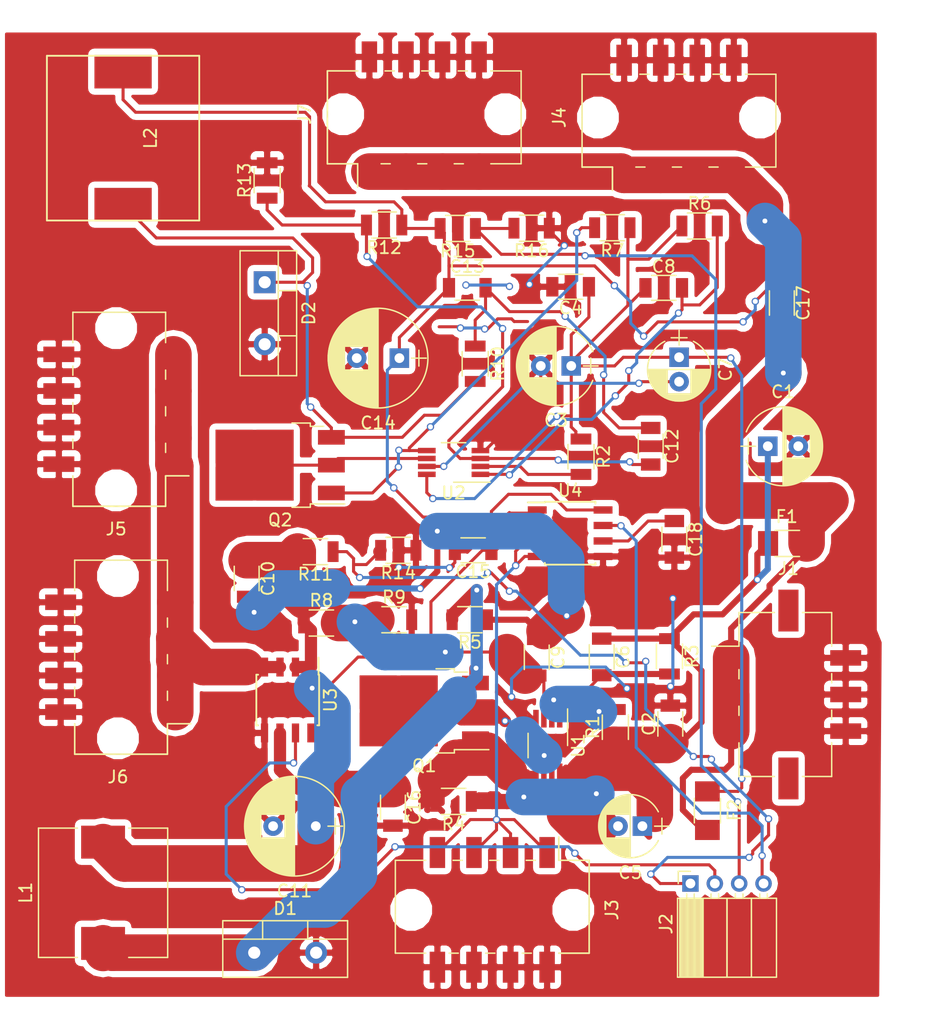
<source format=kicad_pcb>
(kicad_pcb (version 4) (host pcbnew 4.0.7)
  (layers (0 F.Cu signal) (31 B.Cu signal) (34 B.Paste user) (35 F.Paste user) (36 B.SilkS user) (37 F.SilkS user) (38 B.Mask user) (39 F.Mask user) (44 Edge.Cuts user))
  (net 0 "")
  (net 1 "Net-(C1-Pad1)")
  (net 2 GND)
  (net 3 "Net-(C3-Pad1)")
  (net 4 "Net-(C5-Pad2)")
  (net 5 "Net-(C6-Pad2)")
  (net 6 "Net-(C7-Pad2)")
  (net 7 "Net-(C8-Pad2)")
  (net 8 "Net-(C10-Pad2)")
  (net 9 "Net-(C9-Pad2)")
  (net 10 "Net-(C10-Pad1)")
  (net 11 "Net-(C12-Pad1)")
  (net 12 "Net-(C12-Pad2)")
  (net 13 "Net-(C16-Pad1)")
  (net 14 "Net-(C18-Pad1)")
  (net 15 "Net-(D1-Pad1)")
  (net 16 "Net-(D2-Pad1)")
  (net 17 "Net-(F1-Pad2)")
  (net 18 "Net-(J3-Pad1)")
  (net 19 "Net-(J5-Pad1)")
  (net 20 "Net-(Q1-Pad1)")
  (net 21 "Net-(Q1-Pad2)")
  (net 22 "Net-(Q2-Pad1)")
  (net 23 "Net-(Q2-Pad2)")
  (net 24 "Net-(R1-Pad2)")
  (net 25 "Net-(R2-Pad2)")
  (net 26 /VOLDIV19V)
  (net 27 /VOLDIV5V)
  (net 28 /VCC)
  (net 29 /Current19V)
  (net 30 /Current5V)
  (module Capacitors_THT:CP_Radial_D6.3mm_P2.50mm (layer F.Cu) (at 163.58 88.37)
    (fp_text reference C1 (at 1.25 -4.46) (layer F.SilkS))
    (fp_text value 68u)
    (pad 1 thru_hole rect (at 0 0) (size 1.6 1.6) (drill 0.8) (layers *.Cu *.Mask) (net 1 "Net-(C1-Pad1)"))
    (pad 2 thru_hole circle (at 2.5 0) (size 1.6 1.6) (drill 0.8) (layers *.Cu *.Mask) (net 2 GND))
  )
  (module Capacitors_SMD:C_1206 (layer F.Cu) (at 155.58 111.13 90)
    (fp_text reference C2 (at 0 -1.75 90) (layer F.SilkS))
    (fp_text value 1u)
    (pad 1 smd rect (at -1.5 0 90) (size 1 1.6) (layers F.Cu F.Paste F.Mask) (net 1 "Net-(C1-Pad1)"))
    (pad 2 smd rect (at 1.5 0 90) (size 1 1.6) (layers F.Cu F.Paste F.Mask) (net 2 GND))
  )
  (module Capacitors_THT:CP_Radial_D6.3mm_P2.50mm (layer F.Cu) (at 147.45 81.79 180)
    (fp_text reference C3 (at 1.25 -4.46 180) (layer F.SilkS))
    (fp_text value 33u)
    (pad 1 thru_hole rect (at 0 0 180) (size 1.6 1.6) (drill 0.8) (layers *.Cu *.Mask) (net 3 "Net-(C3-Pad1)"))
    (pad 2 thru_hole circle (at 2.5 0 180) (size 1.6 1.6) (drill 0.8) (layers *.Cu *.Mask) (net 2 GND))
  )
  (module Capacitors_SMD:C_1206 (layer F.Cu) (at 147.4 75.3 180)
    (fp_text reference C4 (at 0 -1.75 180) (layer F.SilkS))
    (fp_text value 1u)
    (pad 1 smd rect (at -1.5 0 180) (size 1 1.6) (layers F.Cu F.Paste F.Mask) (net 3 "Net-(C3-Pad1)"))
    (pad 2 smd rect (at 1.5 0 180) (size 1 1.6) (layers F.Cu F.Paste F.Mask) (net 2 GND))
  )
  (module Capacitors_SMD:C_1206 (layer F.Cu) (at 149.95 105.64 270)
    (fp_text reference C6 (at 0 -1.75 270) (layer F.SilkS))
    (fp_text value 1000p)
    (pad 1 smd rect (at -1.5 0 270) (size 1 1.6) (layers F.Cu F.Paste F.Mask) (net 1 "Net-(C1-Pad1)"))
    (pad 2 smd rect (at 1.5 0 270) (size 1 1.6) (layers F.Cu F.Paste F.Mask) (net 5 "Net-(C6-Pad2)"))
  )
  (module Capacitors_THT:CP_Radial_D5.0mm_P2.00mm (layer F.Cu) (at 156.3 81.08 270)
    (fp_text reference C7 (at 1 -3.81 270) (layer F.SilkS))
    (fp_text value 0.47u)
    (pad 1 thru_hole rect (at 0 0 270) (size 1.6 1.6) (drill 0.8) (layers *.Cu *.Mask) (net 3 "Net-(C3-Pad1)"))
    (pad 2 thru_hole circle (at 2 0 270) (size 1.6 1.6) (drill 0.8) (layers *.Cu *.Mask) (net 6 "Net-(C7-Pad2)"))
  )
  (module Capacitors_SMD:C_1206 (layer F.Cu) (at 155.04 75.39)
    (fp_text reference C8 (at 0 -1.75) (layer F.SilkS))
    (fp_text value 1000p)
    (pad 1 smd rect (at -1.5 0) (size 1 1.6) (layers F.Cu F.Paste F.Mask) (net 3 "Net-(C3-Pad1)"))
    (pad 2 smd rect (at 1.5 0) (size 1 1.6) (layers F.Cu F.Paste F.Mask) (net 7 "Net-(C8-Pad2)"))
  )
  (module Capacitors_SMD:C_1206 (layer F.Cu) (at 144.62 105.67 270)
    (fp_text reference C9 (at 0 -1.75 270) (layer F.SilkS))
    (fp_text value 0.1u)
    (pad 1 smd rect (at -1.5 0 270) (size 1 1.6) (layers F.Cu F.Paste F.Mask) (net 8 "Net-(C10-Pad2)"))
    (pad 2 smd rect (at 1.5 0 270) (size 1 1.6) (layers F.Cu F.Paste F.Mask) (net 9 "Net-(C9-Pad2)"))
  )
  (module Capacitors_SMD:C_1206 (layer F.Cu) (at 120.82 99.21 270)
    (fp_text reference C10 (at 0 -1.75 270) (layer F.SilkS))
    (fp_text value 3300p)
    (pad 1 smd rect (at -1.5 0 270) (size 1 1.6) (layers F.Cu F.Paste F.Mask) (net 10 "Net-(C10-Pad1)"))
    (pad 2 smd rect (at 1.5 0 270) (size 1 1.6) (layers F.Cu F.Paste F.Mask) (net 8 "Net-(C10-Pad2)"))
  )
  (module Capacitors_THT:CP_Radial_D8.0mm_P3.50mm (layer F.Cu) (at 126.49 119.51 180)
    (fp_text reference C11 (at 1.75 -5.31 180) (layer F.SilkS))
    (fp_text value 100u)
    (pad 1 thru_hole rect (at 0 0 180) (size 1.6 1.6) (drill 0.8) (layers *.Cu *.Mask) (net 10 "Net-(C10-Pad1)"))
    (pad 2 thru_hole circle (at 3.5 0 180) (size 1.6 1.6) (drill 0.8) (layers *.Cu *.Mask) (net 2 GND))
  )
  (module Capacitors_SMD:C_1206 (layer F.Cu) (at 153.97 88.37 270)
    (fp_text reference C12 (at 0 -1.75 270) (layer F.SilkS))
    (fp_text value 0.1u)
    (pad 1 smd rect (at -1.5 0 270) (size 1 1.6) (layers F.Cu F.Paste F.Mask) (net 11 "Net-(C12-Pad1)"))
    (pad 2 smd rect (at 1.5 0 270) (size 1 1.6) (layers F.Cu F.Paste F.Mask) (net 12 "Net-(C12-Pad2)"))
  )
  (module Capacitors_SMD:C_1206 (layer F.Cu) (at 138.92 75.38)
    (fp_text reference C13 (at 0 -1.75) (layer F.SilkS))
    (fp_text value 3300p)
    (pad 1 smd rect (at -1.5 0) (size 1 1.6) (layers F.Cu F.Paste F.Mask) (net 28 /VCC))
    (pad 2 smd rect (at 1.5 0) (size 1 1.6) (layers F.Cu F.Paste F.Mask) (net 11 "Net-(C12-Pad1)"))
  )
  (module Capacitors_THT:CP_Radial_D8.0mm_P3.50mm (layer F.Cu) (at 133.35 81.15 180)
    (fp_text reference C14 (at 1.75 -5.31 180) (layer F.SilkS))
    (fp_text value 100u)
    (pad 1 thru_hole rect (at 0 0 180) (size 1.6 1.6) (drill 0.8) (layers *.Cu *.Mask) (net 28 /VCC))
    (pad 2 thru_hole circle (at 3.5 0 180) (size 1.6 1.6) (drill 0.8) (layers *.Cu *.Mask) (net 2 GND))
  )
  (module Capacitors_SMD:C_1206 (layer F.Cu) (at 139.4 96.9 180)
    (fp_text reference C15 (at 0 -1.75 180) (layer F.SilkS))
    (fp_text value 0.1u)
    (pad 1 smd rect (at -1.5 0 180) (size 1 1.6) (layers F.Cu F.Paste F.Mask) (net 28 /VCC))
    (pad 2 smd rect (at 1.5 0 180) (size 1 1.6) (layers F.Cu F.Paste F.Mask) (net 2 GND))
  )
  (module Capacitors_SMD:C_1206 (layer F.Cu) (at 132.82 117.97 270)
    (fp_text reference C16 (at 0 -1.75 270) (layer F.SilkS))
    (fp_text value 1nF)
    (pad 1 smd rect (at -1.5 0 270) (size 1 1.6) (layers F.Cu F.Paste F.Mask) (net 13 "Net-(C16-Pad1)"))
    (pad 2 smd rect (at 1.5 0 270) (size 1 1.6) (layers F.Cu F.Paste F.Mask) (net 2 GND))
  )
  (module Capacitors_SMD:C_1206 (layer F.Cu) (at 164.73 76.63 270)
    (fp_text reference C17 (at 0 -1.75 270) (layer F.SilkS))
    (fp_text value 1u)
    (pad 1 smd rect (at -1.5 0 270) (size 1 1.6) (layers F.Cu F.Paste F.Mask) (net 28 /VCC))
    (pad 2 smd rect (at 1.5 0 270) (size 1 1.6) (layers F.Cu F.Paste F.Mask) (net 2 GND))
  )
  (module Capacitors_SMD:C_1206 (layer F.Cu) (at 155.91 96 270)
    (fp_text reference C18 (at 0 -1.75 270) (layer F.SilkS))
    (fp_text value 1nF)
    (pad 1 smd rect (at -1.5 0 270) (size 1 1.6) (layers F.Cu F.Paste F.Mask) (net 14 "Net-(C18-Pad1)"))
    (pad 2 smd rect (at 1.5 0 270) (size 1 1.6) (layers F.Cu F.Paste F.Mask) (net 2 GND))
  )
  (module TO_SOT_Packages_THT:TO-220-2_Vertical (layer F.Cu) (at 121.44 129.88)
    (fp_text reference D1 (at 2.54 -3.62) (layer F.SilkS))
    (fp_text value D_Schottky)
    (pad 1 thru_hole rect (at 0 0) (size 1.8 1.8) (drill 1) (layers *.Cu *.Mask) (net 15 "Net-(D1-Pad1)"))
    (pad 2 thru_hole oval (at 5.08 0) (size 1.8 1.8) (drill 1) (layers *.Cu *.Mask) (net 2 GND))
  )
  (module TO_SOT_Packages_THT:TO-220-2_Vertical (layer F.Cu) (at 122.3 74.93 270)
    (fp_text reference D2 (at 2.54 -3.62 270) (layer F.SilkS))
    (fp_text value D_Schottky)
    (pad 1 thru_hole rect (at 0 0 270) (size 1.8 1.8) (drill 1) (layers *.Cu *.Mask) (net 16 "Net-(D2-Pad1)"))
    (pad 2 thru_hole oval (at 5.08 0 270) (size 1.8 1.8) (drill 1) (layers *.Cu *.Mask) (net 2 GND))
  )
  (module Fuse_Holders_and_Fuses:Fuse_SMD1206_Wave (layer F.Cu) (at 165.18 96.34)
    (fp_text reference F1 (at -0.05 -2.2) (layer F.SilkS))
    (fp_text value Fuse)
    (pad 1 smd rect (at -1.58 0 90) (size 2.03 1.65) (layers F.Cu F.Paste F.Mask) (net 1 "Net-(C1-Pad1)"))
    (pad 2 smd rect (at 1.58 0 90) (size 2.03 1.65) (layers F.Cu F.Paste F.Mask) (net 17 "Net-(F1-Pad2)"))
  )
  (module Fuse_Holders_and_Fuses:Fuse_SMD1206_Wave (layer F.Cu) (at 158.62 118.24 270)
    (fp_text reference F2 (at -0.05 -2.2 270) (layer F.SilkS))
    (fp_text value Fuse)
    (pad 1 smd rect (at -1.58 0) (size 2.03 1.65) (layers F.Cu F.Paste F.Mask) (net 3 "Net-(C3-Pad1)"))
    (pad 2 smd rect (at 1.58 0) (size 2.03 1.65) (layers F.Cu F.Paste F.Mask) (net 17 "Net-(F1-Pad2)"))
  )
  (module Connectors_Molex:Molex_MicroFit_3.0-43045-0618_06x3.00mm_Straight (layer F.Cu) (at 165.27 108.72)
    (fp_text reference J1 (at 0 -10.32) (layer F.SilkS))
    (fp_text value Conn_02x03_Counter_Clockwise)
    (pad "" smd rect (at 0 -6.88) (size 1.65 3.43) (layers F.Cu F.Paste F.Mask))
    (pad "" smd rect (at 0 6.88) (size 1.65 3.43) (layers F.Cu F.Paste F.Mask))
    (pad 1 smd rect (at -4.7 -3) (size 2.54 1.27) (layers F.Cu F.Paste F.Mask) (net 17 "Net-(F1-Pad2)"))
    (pad 2 smd rect (at -4.7 0) (size 2.54 1.27) (layers F.Cu F.Paste F.Mask) (net 17 "Net-(F1-Pad2)"))
    (pad 3 smd rect (at -4.7 3) (size 2.54 1.27) (layers F.Cu F.Paste F.Mask) (net 17 "Net-(F1-Pad2)"))
    (pad 6 smd rect (at 4.7 -3) (size 2.54 1.27) (layers F.Cu F.Paste F.Mask) (net 2 GND))
    (pad 5 smd rect (at 4.7 0) (size 2.54 1.27) (layers F.Cu F.Paste F.Mask) (net 2 GND))
    (pad 4 smd rect (at 4.7 3) (size 2.54 1.27) (layers F.Cu F.Paste F.Mask) (net 2 GND))
  )
  (module Socket_Strips:Socket_Strip_Angled_1x04_Pitch2.00mm (layer F.Cu) (at 157.23 124.21 90)
    (fp_text reference J2 (at -3.31 -2 90) (layer F.SilkS))
    (fp_text value Conn_01x04_Female)
    (pad 1 thru_hole rect (at 0 0 90) (size 1.35 1.35) (drill 0.8) (layers *.Cu *.Mask) (net 26 /VOLDIV19V))
    (pad 2 thru_hole oval (at 0 2 90) (size 1.35 1.35) (drill 0.8) (layers *.Cu *.Mask) (net 29 /Current19V))
    (pad 3 thru_hole oval (at 0 4 90) (size 1.35 1.35) (drill 0.8) (layers *.Cu *.Mask) (net 27 /VOLDIV5V))
    (pad 4 thru_hole oval (at 0 6 90) (size 1.35 1.35) (drill 0.8) (layers *.Cu *.Mask) (net 30 /Current5V))
  )
  (module Connectors_Molex:Molex_MicroFit_3.0-43045-0817_08x3.00mm_Straight (layer F.Cu) (at 140.97 126.37 270)
    (fp_text reference J3 (at 0 -9.82 270) (layer F.SilkS))
    (fp_text value Conn_02x04_Top_Bottom)
    (pad None np_thru_hole circle (at 0 -6.65 270) (size 2.41 2.41) (drill 2.41) (layers *.Cu))
    (pad None np_thru_hole circle (at 0 6.65 270) (size 2.41 2.41) (drill 2.41) (layers *.Cu))
    (pad 1 smd rect (at -4.7 -4.5 270) (size 2.54 1.27) (layers F.Cu F.Paste F.Mask) (net 18 "Net-(J3-Pad1)"))
    (pad 2 smd rect (at -4.7 -1.5 270) (size 2.54 1.27) (layers F.Cu F.Paste F.Mask) (net 18 "Net-(J3-Pad1)"))
    (pad 3 smd rect (at -4.7 1.5 270) (size 2.54 1.27) (layers F.Cu F.Paste F.Mask) (net 18 "Net-(J3-Pad1)"))
    (pad 4 smd rect (at -4.7 4.5 270) (size 2.54 1.27) (layers F.Cu F.Paste F.Mask) (net 18 "Net-(J3-Pad1)"))
    (pad 8 smd rect (at 4.7 -4.5 270) (size 2.54 1.27) (layers F.Cu F.Paste F.Mask) (net 2 GND))
    (pad 7 smd rect (at 4.7 -1.5 270) (size 2.54 1.27) (layers F.Cu F.Paste F.Mask) (net 2 GND))
    (pad 6 smd rect (at 4.7 1.5 270) (size 2.54 1.27) (layers F.Cu F.Paste F.Mask) (net 2 GND))
    (pad 5 smd rect (at 4.7 4.5 270) (size 2.54 1.27) (layers F.Cu F.Paste F.Mask) (net 2 GND))
  )
  (module Connectors_Molex:Molex_MicroFit_3.0-43045-0817_08x3.00mm_Straight (layer F.Cu) (at 156.29 61.43 90)
    (fp_text reference J4 (at 0 -9.82 90) (layer F.SilkS))
    (fp_text value Conn_02x04_Top_Bottom)
    (pad None np_thru_hole circle (at 0 -6.65 90) (size 2.41 2.41) (drill 2.41) (layers *.Cu))
    (pad None np_thru_hole circle (at 0 6.65 90) (size 2.41 2.41) (drill 2.41) (layers *.Cu))
    (pad 1 smd rect (at -4.7 -4.5 90) (size 2.54 1.27) (layers F.Cu F.Paste F.Mask) (net 17 "Net-(F1-Pad2)"))
    (pad 2 smd rect (at -4.7 -1.5 90) (size 2.54 1.27) (layers F.Cu F.Paste F.Mask) (net 17 "Net-(F1-Pad2)"))
    (pad 3 smd rect (at -4.7 1.5 90) (size 2.54 1.27) (layers F.Cu F.Paste F.Mask) (net 17 "Net-(F1-Pad2)"))
    (pad 4 smd rect (at -4.7 4.5 90) (size 2.54 1.27) (layers F.Cu F.Paste F.Mask) (net 17 "Net-(F1-Pad2)"))
    (pad 8 smd rect (at 4.7 -4.5 90) (size 2.54 1.27) (layers F.Cu F.Paste F.Mask) (net 2 GND))
    (pad 7 smd rect (at 4.7 -1.5 90) (size 2.54 1.27) (layers F.Cu F.Paste F.Mask) (net 2 GND))
    (pad 6 smd rect (at 4.7 1.5 90) (size 2.54 1.27) (layers F.Cu F.Paste F.Mask) (net 2 GND))
    (pad 5 smd rect (at 4.7 4.5 90) (size 2.54 1.27) (layers F.Cu F.Paste F.Mask) (net 2 GND))
  )
  (module Connectors_Molex:Molex_MicroFit_3.0-43045-0817_08x3.00mm_Straight (layer F.Cu) (at 110.11 85.34 180)
    (fp_text reference J5 (at 0 -9.82 180) (layer F.SilkS))
    (fp_text value Conn_02x04_Top_Bottom)
    (pad None np_thru_hole circle (at 0 -6.65 180) (size 2.41 2.41) (drill 2.41) (layers *.Cu))
    (pad None np_thru_hole circle (at 0 6.65 180) (size 2.41 2.41) (drill 2.41) (layers *.Cu))
    (pad 1 smd rect (at -4.7 -4.5 180) (size 2.54 1.27) (layers F.Cu F.Paste F.Mask) (net 19 "Net-(J5-Pad1)"))
    (pad 2 smd rect (at -4.7 -1.5 180) (size 2.54 1.27) (layers F.Cu F.Paste F.Mask) (net 19 "Net-(J5-Pad1)"))
    (pad 3 smd rect (at -4.7 1.5 180) (size 2.54 1.27) (layers F.Cu F.Paste F.Mask) (net 19 "Net-(J5-Pad1)"))
    (pad 4 smd rect (at -4.7 4.5 180) (size 2.54 1.27) (layers F.Cu F.Paste F.Mask) (net 19 "Net-(J5-Pad1)"))
    (pad 8 smd rect (at 4.7 -4.5 180) (size 2.54 1.27) (layers F.Cu F.Paste F.Mask) (net 2 GND))
    (pad 7 smd rect (at 4.7 -1.5 180) (size 2.54 1.27) (layers F.Cu F.Paste F.Mask) (net 2 GND))
    (pad 6 smd rect (at 4.7 1.5 180) (size 2.54 1.27) (layers F.Cu F.Paste F.Mask) (net 2 GND))
    (pad 5 smd rect (at 4.7 4.5 180) (size 2.54 1.27) (layers F.Cu F.Paste F.Mask) (net 2 GND))
  )
  (module Connectors_Molex:Molex_MicroFit_3.0-43045-0817_08x3.00mm_Straight (layer F.Cu) (at 110.26 105.66 180)
    (fp_text reference J6 (at 0 -9.82 180) (layer F.SilkS))
    (fp_text value Conn_02x04_Top_Bottom)
    (pad None np_thru_hole circle (at 0 -6.65 180) (size 2.41 2.41) (drill 2.41) (layers *.Cu))
    (pad None np_thru_hole circle (at 0 6.65 180) (size 2.41 2.41) (drill 2.41) (layers *.Cu))
    (pad 1 smd rect (at -4.7 -4.5 180) (size 2.54 1.27) (layers F.Cu F.Paste F.Mask) (net 19 "Net-(J5-Pad1)"))
    (pad 2 smd rect (at -4.7 -1.5 180) (size 2.54 1.27) (layers F.Cu F.Paste F.Mask) (net 19 "Net-(J5-Pad1)"))
    (pad 3 smd rect (at -4.7 1.5 180) (size 2.54 1.27) (layers F.Cu F.Paste F.Mask) (net 19 "Net-(J5-Pad1)"))
    (pad 4 smd rect (at -4.7 4.5 180) (size 2.54 1.27) (layers F.Cu F.Paste F.Mask) (net 19 "Net-(J5-Pad1)"))
    (pad 8 smd rect (at 4.7 -4.5 180) (size 2.54 1.27) (layers F.Cu F.Paste F.Mask) (net 2 GND))
    (pad 7 smd rect (at 4.7 -1.5 180) (size 2.54 1.27) (layers F.Cu F.Paste F.Mask) (net 2 GND))
    (pad 6 smd rect (at 4.7 1.5 180) (size 2.54 1.27) (layers F.Cu F.Paste F.Mask) (net 2 GND))
    (pad 5 smd rect (at 4.7 4.5 180) (size 2.54 1.27) (layers F.Cu F.Paste F.Mask) (net 2 GND))
  )
  (module Inductors_SMD:L_10.4x10.4_H4.8 (layer F.Cu) (at 109.04 124.97 90)
    (fp_text reference L1 (at 0 -6.35 90) (layer F.SilkS))
    (fp_text value 5.5u)
    (pad 1 smd rect (at -4.15 0 90) (size 2.7 3.6) (layers F.Cu F.Paste F.Mask) (net 15 "Net-(D1-Pad1)"))
    (pad 2 smd rect (at 4.15 0 90) (size 2.7 3.6) (layers F.Cu F.Paste F.Mask) (net 10 "Net-(C10-Pad1)"))
  )
  (module "conn footprint:inductor_13.5x12.5" (layer F.Cu) (at 110.68 63.12 90)
    (fp_text reference L2 (at 0 2.25 90) (layer F.SilkS))
    (fp_text value 15u)
    (pad 2 smd rect (at 5.45 0 90) (size 2.75 4.7) (layers F.Cu F.Paste F.Mask) (net 28 /VCC))
    (pad 1 smd rect (at -5.45 0 90) (size 2.75 4.7) (layers F.Cu F.Paste F.Mask) (net 16 "Net-(D2-Pad1)"))
  )
  (module TO_SOT_Packages_SMD:TO-252-3_TabPin2 (layer F.Cu) (at 135.39 110.06 180)
    (fp_text reference Q1 (at 0 -4.5 180) (layer F.SilkS))
    (fp_text value Q_PMOS_DGS)
    (pad 1 smd rect (at -4.2 -2.28 180) (size 2.2 1.2) (layers F.Cu F.Paste F.Mask) (net 20 "Net-(Q1-Pad1)"))
    (pad 2 smd rect (at -4.2 0 180) (size 2.2 1.2) (layers F.Cu F.Paste F.Mask) (net 21 "Net-(Q1-Pad2)"))
    (pad 3 smd rect (at -4.2 2.28 180) (size 2.2 1.2) (layers F.Cu F.Paste F.Mask) (net 15 "Net-(D1-Pad1)"))
    (pad 2 smd rect (at 2.1 0 180) (size 6.4 5.8) (layers F.Cu F.Mask) (net 21 "Net-(Q1-Pad2)"))
    (pad 2 smd rect (at 3.775 1.525 180) (size 3.05 2.75) (layers F.Cu F.Paste) (net 21 "Net-(Q1-Pad2)"))
    (pad 2 smd rect (at 0.425 -1.525 180) (size 3.05 2.75) (layers F.Cu F.Paste) (net 21 "Net-(Q1-Pad2)"))
    (pad 2 smd rect (at 3.775 -1.525 180) (size 3.05 2.75) (layers F.Cu F.Paste) (net 21 "Net-(Q1-Pad2)"))
    (pad 2 smd rect (at 0.425 1.525 180) (size 3.05 2.75) (layers F.Cu F.Paste) (net 21 "Net-(Q1-Pad2)"))
  )
  (module TO_SOT_Packages_SMD:TO-252-3_TabPin2 (layer F.Cu) (at 123.57 89.92 180)
    (fp_text reference Q2 (at 0 -4.5 180) (layer F.SilkS))
    (fp_text value Q_PMOS_DGS)
    (pad 1 smd rect (at -4.2 -2.28 180) (size 2.2 1.2) (layers F.Cu F.Paste F.Mask) (net 22 "Net-(Q2-Pad1)"))
    (pad 2 smd rect (at -4.2 0 180) (size 2.2 1.2) (layers F.Cu F.Paste F.Mask) (net 23 "Net-(Q2-Pad2)"))
    (pad 3 smd rect (at -4.2 2.28 180) (size 2.2 1.2) (layers F.Cu F.Paste F.Mask) (net 16 "Net-(D2-Pad1)"))
    (pad 2 smd rect (at 2.1 0 180) (size 6.4 5.8) (layers F.Cu F.Mask) (net 23 "Net-(Q2-Pad2)"))
    (pad 2 smd rect (at 3.775 1.525 180) (size 3.05 2.75) (layers F.Cu F.Paste) (net 23 "Net-(Q2-Pad2)"))
    (pad 2 smd rect (at 0.425 -1.525 180) (size 3.05 2.75) (layers F.Cu F.Paste) (net 23 "Net-(Q2-Pad2)"))
    (pad 2 smd rect (at 3.775 -1.525 180) (size 3.05 2.75) (layers F.Cu F.Paste) (net 23 "Net-(Q2-Pad2)"))
    (pad 2 smd rect (at 0.425 1.525 180) (size 3.05 2.75) (layers F.Cu F.Paste) (net 23 "Net-(Q2-Pad2)"))
  )
  (module Resistors_SMD:R_1206 (layer F.Cu) (at 151.07 111.4 90)
    (fp_text reference R1 (at 0 -1.85 90) (layer F.SilkS))
    (fp_text value 383k)
    (pad 1 smd rect (at -1.45 0 90) (size 0.9 1.7) (layers F.Cu F.Paste F.Mask) (net 1 "Net-(C1-Pad1)"))
    (pad 2 smd rect (at 1.45 0 90) (size 0.9 1.7) (layers F.Cu F.Paste F.Mask) (net 24 "Net-(R1-Pad2)"))
  )
  (module Resistors_SMD:R_1206 (layer F.Cu) (at 148.25 89.23 270)
    (fp_text reference R2 (at 0 -1.85 270) (layer F.SilkS))
    (fp_text value 84k)
    (pad 1 smd rect (at -1.45 0 270) (size 0.9 1.7) (layers F.Cu F.Paste F.Mask) (net 3 "Net-(C3-Pad1)"))
    (pad 2 smd rect (at 1.45 0 270) (size 0.9 1.7) (layers F.Cu F.Paste F.Mask) (net 25 "Net-(R2-Pad2)"))
  )
  (module Resistors_SMD:R_1206 (layer F.Cu) (at 155.51 105.59 270)
    (fp_text reference R3 (at 0 -1.85 270) (layer F.SilkS))
    (fp_text value 2.1k)
    (pad 1 smd rect (at -1.45 0 270) (size 0.9 1.7) (layers F.Cu F.Paste F.Mask) (net 1 "Net-(C1-Pad1)"))
    (pad 2 smd rect (at 1.45 0 270) (size 0.9 1.7) (layers F.Cu F.Paste F.Mask) (net 5 "Net-(C6-Pad2)"))
  )
  (module Resistors_SMD:R_1206 (layer F.Cu) (at 137.8 117.48 180)
    (fp_text reference R4 (at 0 -1.85 180) (layer F.SilkS))
    (fp_text value 0.01)
    (pad 1 smd rect (at -1.45 0 180) (size 0.9 1.7) (layers F.Cu F.Paste F.Mask) (net 1 "Net-(C1-Pad1)"))
    (pad 2 smd rect (at 1.45 0 180) (size 0.9 1.7) (layers F.Cu F.Paste F.Mask) (net 20 "Net-(Q1-Pad1)"))
  )
  (module Resistors_SMD:R_1206 (layer F.Cu) (at 139.13 102.59 180)
    (fp_text reference R5 (at 0 -1.85 180) (layer F.SilkS))
    (fp_text value 220k)
    (pad 1 smd rect (at -1.45 0 180) (size 0.9 1.7) (layers F.Cu F.Paste F.Mask) (net 8 "Net-(C10-Pad2)"))
    (pad 2 smd rect (at 1.45 0 180) (size 0.9 1.7) (layers F.Cu F.Paste F.Mask) (net 15 "Net-(D1-Pad1)"))
  )
  (module Resistors_SMD:R_1206 (layer F.Cu) (at 157.98 70.32)
    (fp_text reference R6 (at 0 -1.85) (layer F.SilkS))
    (fp_text value 2.1k)
    (pad 1 smd rect (at -1.45 0) (size 0.9 1.7) (layers F.Cu F.Paste F.Mask) (net 3 "Net-(C3-Pad1)"))
    (pad 2 smd rect (at 1.45 0) (size 0.9 1.7) (layers F.Cu F.Paste F.Mask) (net 7 "Net-(C8-Pad2)"))
  )
  (module Resistors_SMD:R_1206 (layer F.Cu) (at 150.82 70.46 180)
    (fp_text reference R7 (at 0 -1.85 180) (layer F.SilkS))
    (fp_text value 0.01)
    (pad 1 smd rect (at -1.45 0 180) (size 0.9 1.7) (layers F.Cu F.Paste F.Mask) (net 3 "Net-(C3-Pad1)"))
    (pad 2 smd rect (at 1.45 0 180) (size 0.9 1.7) (layers F.Cu F.Paste F.Mask) (net 22 "Net-(Q2-Pad1)"))
  )
  (module Resistors_SMD:R_1206 (layer F.Cu) (at 126.95 102.86)
    (fp_text reference R8 (at 0 -1.85) (layer F.SilkS))
    (fp_text value 17k)
    (pad 1 smd rect (at -1.45 0) (size 0.9 1.7) (layers F.Cu F.Paste F.Mask) (net 10 "Net-(C10-Pad1)"))
    (pad 2 smd rect (at 1.45 0) (size 0.9 1.7) (layers F.Cu F.Paste F.Mask) (net 9 "Net-(C9-Pad2)"))
  )
  (module Resistors_SMD:R_1206 (layer F.Cu) (at 132.91 102.59)
    (fp_text reference R9 (at 0 -1.85) (layer F.SilkS))
    (fp_text value 1.2K)
    (pad 1 smd rect (at -1.45 0) (size 0.9 1.7) (layers F.Cu F.Paste F.Mask) (net 9 "Net-(C9-Pad2)"))
    (pad 2 smd rect (at 1.45 0) (size 0.9 1.7) (layers F.Cu F.Paste F.Mask) (net 2 GND))
  )
  (module Resistors_SMD:R_1206 (layer F.Cu) (at 139.57 81.61 270)
    (fp_text reference R10 (at 0 -1.85 270) (layer F.SilkS))
    (fp_text value 66.5K)
    (pad 1 smd rect (at -1.45 0 270) (size 0.9 1.7) (layers F.Cu F.Paste F.Mask) (net 11 "Net-(C12-Pad1)"))
    (pad 2 smd rect (at 1.45 0 270) (size 0.9 1.7) (layers F.Cu F.Paste F.Mask) (net 16 "Net-(D2-Pad1)"))
  )
  (module Resistors_SMD:R_1206 (layer F.Cu) (at 126.46 97.01 180)
    (fp_text reference R11 (at 0 -1.85 180) (layer F.SilkS))
    (fp_text value 3K)
    (pad 1 smd rect (at -1.45 0 180) (size 0.9 1.7) (layers F.Cu F.Paste F.Mask) (net 26 /VOLDIV19V))
    (pad 2 smd rect (at 1.45 0 180) (size 0.9 1.7) (layers F.Cu F.Paste F.Mask) (net 10 "Net-(C10-Pad1)"))
  )
  (module Resistors_SMD:R_1206 (layer F.Cu) (at 132.1 70.24 180)
    (fp_text reference R12 (at 0 -1.85 180) (layer F.SilkS))
    (fp_text value 10K)
    (pad 1 smd rect (at -1.45 0 180) (size 0.9 1.7) (layers F.Cu F.Paste F.Mask) (net 28 /VCC))
    (pad 2 smd rect (at 1.45 0 180) (size 0.9 1.7) (layers F.Cu F.Paste F.Mask) (net 12 "Net-(C12-Pad2)"))
  )
  (module Resistors_SMD:R_1206 (layer F.Cu) (at 122.5 66.59 90)
    (fp_text reference R13 (at 0 -1.85 90) (layer F.SilkS))
    (fp_text value 3.4K)
    (pad 1 smd rect (at -1.45 0 90) (size 0.9 1.7) (layers F.Cu F.Paste F.Mask) (net 12 "Net-(C12-Pad2)"))
    (pad 2 smd rect (at 1.45 0 90) (size 0.9 1.7) (layers F.Cu F.Paste F.Mask) (net 2 GND))
  )
  (module Resistors_SMD:R_1206 (layer F.Cu) (at 133.26 96.9 180)
    (fp_text reference R14 (at 0 -1.85 180) (layer F.SilkS))
    (fp_text value 1K)
    (pad 1 smd rect (at -1.45 0 180) (size 0.9 1.7) (layers F.Cu F.Paste F.Mask) (net 2 GND))
    (pad 2 smd rect (at 1.45 0 180) (size 0.9 1.7) (layers F.Cu F.Paste F.Mask) (net 26 /VOLDIV19V))
  )
  (module Resistors_SMD:R_1206 (layer F.Cu) (at 138.14 70.52 180)
    (fp_text reference R15 (at 0 -1.85 180) (layer F.SilkS))
    (fp_text value 3K)
    (pad 1 smd rect (at -1.45 0 180) (size 0.9 1.7) (layers F.Cu F.Paste F.Mask) (net 27 /VOLDIV5V))
    (pad 2 smd rect (at 1.45 0 180) (size 0.9 1.7) (layers F.Cu F.Paste F.Mask) (net 28 /VCC))
  )
  (module Resistors_SMD:R_1206 (layer F.Cu) (at 144.2 70.5 180)
    (fp_text reference R16 (at 0 -1.85 180) (layer F.SilkS))
    (fp_text value 1K)
    (pad 1 smd rect (at -1.45 0 180) (size 0.9 1.7) (layers F.Cu F.Paste F.Mask) (net 2 GND))
    (pad 2 smd rect (at 1.45 0 180) (size 0.9 1.7) (layers F.Cu F.Paste F.Mask) (net 27 /VOLDIV5V))
  )
  (module Housings_SSOP:VSSOP-8_3.0x3.0mm_Pitch0.65mm (layer F.Cu) (at 145.53 112.9 270)
    (fp_text reference U1 (at 0 -2.5 270) (layer F.SilkS))
    (fp_text value LM25085)
    (pad 1 smd rect (at -2.2 -0.975 180) (size 0.45 1.45) (layers F.Cu F.Paste F.Mask) (net 5 "Net-(C6-Pad2)"))
    (pad 2 smd rect (at -2.2 -0.325 180) (size 0.45 1.45) (layers F.Cu F.Paste F.Mask) (net 24 "Net-(R1-Pad2)"))
    (pad 3 smd rect (at -2.2 0.325 180) (size 0.45 1.45) (layers F.Cu F.Paste F.Mask) (net 9 "Net-(C9-Pad2)"))
    (pad 4 smd rect (at -2.2 0.975 180) (size 0.45 1.45) (layers F.Cu F.Paste F.Mask) (net 2 GND))
    (pad 5 smd rect (at 2.2 0.975 180) (size 0.45 1.45) (layers F.Cu F.Paste F.Mask) (net 20 "Net-(Q1-Pad1)"))
    (pad 6 smd rect (at 2.2 0.325 180) (size 0.45 1.45) (layers F.Cu F.Paste F.Mask) (net 21 "Net-(Q1-Pad2)"))
    (pad 7 smd rect (at 2.2 -0.325 180) (size 0.45 1.45) (layers F.Cu F.Paste F.Mask) (net 4 "Net-(C5-Pad2)"))
    (pad 8 smd rect (at 2.2 -0.975 180) (size 0.45 1.45) (layers F.Cu F.Paste F.Mask) (net 1 "Net-(C1-Pad1)"))
  )
  (module Housings_SSOP:VSSOP-8_3.0x3.0mm_Pitch0.65mm (layer F.Cu) (at 137.8 89.7 180)
    (fp_text reference U2 (at 0 -2.5 180) (layer F.SilkS))
    (fp_text value LM25085)
    (pad 1 smd rect (at -2.2 -0.975 90) (size 0.45 1.45) (layers F.Cu F.Paste F.Mask) (net 7 "Net-(C8-Pad2)"))
    (pad 2 smd rect (at -2.2 -0.325 90) (size 0.45 1.45) (layers F.Cu F.Paste F.Mask) (net 25 "Net-(R2-Pad2)"))
    (pad 3 smd rect (at -2.2 0.325 90) (size 0.45 1.45) (layers F.Cu F.Paste F.Mask) (net 12 "Net-(C12-Pad2)"))
    (pad 4 smd rect (at -2.2 0.975 90) (size 0.45 1.45) (layers F.Cu F.Paste F.Mask) (net 2 GND))
    (pad 5 smd rect (at 2.2 0.975 90) (size 0.45 1.45) (layers F.Cu F.Paste F.Mask) (net 22 "Net-(Q2-Pad1)"))
    (pad 6 smd rect (at 2.2 0.325 90) (size 0.45 1.45) (layers F.Cu F.Paste F.Mask) (net 23 "Net-(Q2-Pad2)"))
    (pad 7 smd rect (at 2.2 -0.325 90) (size 0.45 1.45) (layers F.Cu F.Paste F.Mask) (net 6 "Net-(C7-Pad2)"))
    (pad 8 smd rect (at 2.2 -0.975 90) (size 0.45 1.45) (layers F.Cu F.Paste F.Mask) (net 3 "Net-(C3-Pad1)"))
  )
  (module Housings_SOIC:SOIC-8_3.9x4.9mm_Pitch1.27mm (layer F.Cu) (at 124.19 109.17 270)
    (fp_text reference U3 (at 0 -3.5 270) (layer F.SilkS))
    (fp_text value ACS712)
    (pad 1 smd rect (at -2.7 -1.905 270) (size 1.55 0.6) (layers F.Cu F.Paste F.Mask) (net 10 "Net-(C10-Pad1)"))
    (pad 2 smd rect (at -2.7 -0.635 270) (size 1.55 0.6) (layers F.Cu F.Paste F.Mask) (net 10 "Net-(C10-Pad1)"))
    (pad 3 smd rect (at -2.7 0.635 270) (size 1.55 0.6) (layers F.Cu F.Paste F.Mask) (net 19 "Net-(J5-Pad1)"))
    (pad 4 smd rect (at -2.7 1.905 270) (size 1.55 0.6) (layers F.Cu F.Paste F.Mask) (net 19 "Net-(J5-Pad1)"))
    (pad 5 smd rect (at 2.7 1.905 270) (size 1.55 0.6) (layers F.Cu F.Paste F.Mask) (net 2 GND))
    (pad 6 smd rect (at 2.7 0.635 270) (size 1.55 0.6) (layers F.Cu F.Paste F.Mask) (net 13 "Net-(C16-Pad1)"))
    (pad 7 smd rect (at 2.7 -0.635 270) (size 1.55 0.6) (layers F.Cu F.Paste F.Mask) (net 29 /Current19V))
    (pad 8 smd rect (at 2.7 -1.905 270) (size 1.55 0.6) (layers F.Cu F.Paste F.Mask) (net 28 /VCC))
  )
  (module Housings_SOIC:SOIC-8_3.9x4.9mm_Pitch1.27mm (layer F.Cu) (at 147.36 95.5)
    (fp_text reference U4 (at 0 -3.5) (layer F.SilkS))
    (fp_text value ACS712)
    (pad 1 smd rect (at -2.7 -1.905) (size 1.55 0.6) (layers F.Cu F.Paste F.Mask) (net 28 /VCC))
    (pad 2 smd rect (at -2.7 -0.635) (size 1.55 0.6) (layers F.Cu F.Paste F.Mask) (net 28 /VCC))
    (pad 3 smd rect (at -2.7 0.635) (size 1.55 0.6) (layers F.Cu F.Paste F.Mask) (net 18 "Net-(J3-Pad1)"))
    (pad 4 smd rect (at -2.7 1.905) (size 1.55 0.6) (layers F.Cu F.Paste F.Mask) (net 18 "Net-(J3-Pad1)"))
    (pad 5 smd rect (at 2.7 1.905) (size 1.55 0.6) (layers F.Cu F.Paste F.Mask) (net 2 GND))
    (pad 6 smd rect (at 2.7 0.635) (size 1.55 0.6) (layers F.Cu F.Paste F.Mask) (net 14 "Net-(C18-Pad1)"))
    (pad 7 smd rect (at 2.7 -0.635) (size 1.55 0.6) (layers F.Cu F.Paste F.Mask) (net 30 /Current5V))
    (pad 8 smd rect (at 2.7 -1.905) (size 1.55 0.6) (layers F.Cu F.Paste F.Mask) (net 28 /VCC))
  )
  (module Connectors_Molex:Molex_MicroFit_3.0-43045-0817_08x3.00mm_Straight (layer F.Cu) (at 135.39 61.16 90)
    (fp_text reference J7 (at 0 -9.82 90) (layer F.SilkS))
    (fp_text value Conn_02x04_Top_Bottom)
    (pad None np_thru_hole circle (at 0 -6.65 90) (size 2.41 2.41) (drill 2.41) (layers *.Cu))
    (pad None np_thru_hole circle (at 0 6.65 90) (size 2.41 2.41) (drill 2.41) (layers *.Cu))
    (pad 1 smd rect (at -4.7 -4.5 90) (size 2.54 1.27) (layers F.Cu F.Paste F.Mask) (net 17 "Net-(F1-Pad2)"))
    (pad 2 smd rect (at -4.7 -1.5 90) (size 2.54 1.27) (layers F.Cu F.Paste F.Mask) (net 17 "Net-(F1-Pad2)"))
    (pad 3 smd rect (at -4.7 1.5 90) (size 2.54 1.27) (layers F.Cu F.Paste F.Mask) (net 17 "Net-(F1-Pad2)"))
    (pad 4 smd rect (at -4.7 4.5 90) (size 2.54 1.27) (layers F.Cu F.Paste F.Mask) (net 17 "Net-(F1-Pad2)"))
    (pad 8 smd rect (at 4.7 -4.5 90) (size 2.54 1.27) (layers F.Cu F.Paste F.Mask) (net 2 GND))
    (pad 7 smd rect (at 4.7 -1.5 90) (size 2.54 1.27) (layers F.Cu F.Paste F.Mask) (net 2 GND))
    (pad 6 smd rect (at 4.7 1.5 90) (size 2.54 1.27) (layers F.Cu F.Paste F.Mask) (net 2 GND))
    (pad 5 smd rect (at 4.7 4.5 90) (size 2.54 1.27) (layers F.Cu F.Paste F.Mask) (net 2 GND))
  )
  (module Capacitors_THT:CP_Radial_D5.0mm_P2.00mm (layer F.Cu) (at 153.29 119.51 180)
    (fp_text reference C5 (at 1 -3.81 180) (layer F.SilkS))
    (fp_text value 0.47u)
    (pad 1 thru_hole rect (at 0 0 180) (size 1.6 1.6) (drill 0.8) (layers *.Cu *.Mask) (net 1 "Net-(C1-Pad1)"))
    (pad 2 thru_hole circle (at 2 0 180) (size 1.6 1.6) (drill 0.8) (layers *.Cu *.Mask) (net 4 "Net-(C5-Pad2)"))
  )
  (segment (start 142.41 75.27) (end 142.38 75.27) (width 0.25) (layer F.Cu) (net 0))
  (via (at 138.81 75.16) (size 0.6) (drill 0.4) (layers F.Cu B.Cu) (net 0))
  (segment (start 142.27 75.16) (end 138.81 75.16) (width 0.25) (layer B.Cu) (net 0))
  (segment (start 142.38 75.27) (end 142.27 75.16) (width 0.25) (layer B.Cu) (net 0))
  (via (at 142.38 75.27) (size 0.6) (drill 0.4) (layers F.Cu B.Cu) (net 0))
  (segment (start 143.87 78.15) (end 142.77 78.15) (width 0.25) (layer F.Cu) (net 0))
  (segment (start 138.26 78.58) (end 136.61 78.58) (width 0.25) (layer F.Cu) (net 0))
  (segment (start 138.36 78.68) (end 138.26 78.58) (width 0.25) (layer F.Cu) (net 0))
  (via (at 138.36 78.68) (size 0.6) (drill 0.4) (layers F.Cu B.Cu) (net 0))
  (segment (start 140.27 78.68) (end 138.36 78.68) (width 0.25) (layer B.Cu) (net 0))
  (segment (start 140.35 78.76) (end 140.27 78.68) (width 0.25) (layer B.Cu) (net 0))
  (via (at 140.35 78.76) (size 0.6) (drill 0.4) (layers F.Cu B.Cu) (net 0))
  (segment (start 140.59 78.76) (end 140.35 78.76) (width 0.25) (layer F.Cu) (net 0))
  (segment (start 141.42 77.93) (end 140.59 78.76) (width 0.25) (layer F.Cu) (net 0))
  (segment (start 142.55 77.93) (end 141.42 77.93) (width 0.25) (layer F.Cu) (net 0))
  (segment (start 142.77 78.15) (end 142.55 77.93) (width 0.25) (layer F.Cu) (net 0))
  (segment (start 162.72 99.3) (end 162.72 97.22) (width 0.5) (layer F.Cu) (net 1))
  (segment (start 162.72 97.22) (end 163.6 96.34) (width 0.5) (layer F.Cu) (net 1))
  (segment (start 155.58 112.63) (end 156.49 112.63) (width 0.5) (layer F.Cu) (net 1))
  (segment (start 158.14 106.77) (end 155.51 104.14) (width 0.5) (layer F.Cu) (net 1))
  (segment (start 158.14 110.98) (end 158.14 106.77) (width 0.5) (layer F.Cu) (net 1))
  (segment (start 156.49 112.63) (end 158.14 110.98) (width 0.5) (layer F.Cu) (net 1))
  (segment (start 155.51 104.14) (end 149.95 104.14) (width 0.5) (layer F.Cu) (net 1))
  (segment (start 159.87 102.15) (end 157.5 102.15) (width 0.5) (layer F.Cu) (net 1))
  (segment (start 163.58 98.44) (end 162.72 99.3) (width 0.5) (layer B.Cu) (net 1))
  (via (at 162.72 99.3) (size 0.6) (drill 0.4) (layers F.Cu B.Cu) (net 1))
  (segment (start 162.72 99.3) (end 159.87 102.15) (width 0.5) (layer F.Cu) (net 1))
  (segment (start 163.58 88.37) (end 163.58 98.44) (width 0.5) (layer B.Cu) (net 1))
  (segment (start 157.5 102.15) (end 155.51 104.14) (width 0.5) (layer F.Cu) (net 1))
  (segment (start 140.735 116.985) (end 139.865 116.985) (width 0.5) (layer F.Cu) (net 1))
  (segment (start 139.865 116.985) (end 139.78 117.07) (width 0.5) (layer F.Cu) (net 1))
  (segment (start 140.975 117.865) (end 139.635 117.865) (width 0.5) (layer F.Cu) (net 1))
  (segment (start 139.635 117.865) (end 139.25 117.48) (width 0.5) (layer F.Cu) (net 1))
  (segment (start 142.175 117.865) (end 140.975 117.865) (width 0.5) (layer F.Cu) (net 1))
  (segment (start 140.56 117.85) (end 140.48 117.77) (width 0.5) (layer F.Cu) (net 1))
  (segment (start 140.96 117.85) (end 140.56 117.85) (width 0.5) (layer F.Cu) (net 1))
  (segment (start 140.975 117.865) (end 140.96 117.85) (width 0.5) (layer F.Cu) (net 1))
  (segment (start 142.29 117.48) (end 140.77 117.48) (width 0.5) (layer F.Cu) (net 1))
  (segment (start 140.77 117.48) (end 140.48 117.77) (width 0.5) (layer F.Cu) (net 1))
  (segment (start 140.48 117.77) (end 140.45 117.77) (width 0.5) (layer F.Cu) (net 1))
  (segment (start 141.61228 117.12) (end 141.1 117.12) (width 0.5) (layer F.Cu) (net 1))
  (segment (start 141.1 117.12) (end 140.74 117.48) (width 0.5) (layer F.Cu) (net 1))
  (segment (start 143.56 117.12) (end 141.61228 117.12) (width 0.5) (layer F.Cu) (net 1))
  (segment (start 140.82 116.9) (end 140.735 116.985) (width 0.5) (layer F.Cu) (net 1))
  (segment (start 140.735 116.985) (end 140.24 117.48) (width 0.5) (layer F.Cu) (net 1))
  (segment (start 141.39228 116.9) (end 140.82 116.9) (width 0.5) (layer F.Cu) (net 1))
  (segment (start 141.61228 117.12) (end 141.39228 116.9) (width 0.5) (layer F.Cu) (net 1))
  (segment (start 143.2 117.48) (end 142.29 117.48) (width 0.5) (layer F.Cu) (net 1))
  (segment (start 142.29 117.48) (end 141.99 117.18) (width 0.5) (layer F.Cu) (net 1))
  (segment (start 143.315 117.865) (end 142.175 117.865) (width 0.5) (layer F.Cu) (net 1))
  (segment (start 142.175 117.865) (end 141.79 117.48) (width 0.5) (layer F.Cu) (net 1))
  (segment (start 140.74 117.48) (end 141.79 117.48) (width 0.5) (layer F.Cu) (net 1))
  (segment (start 143.315 117.865) (end 143.36 117.91) (width 0.5) (layer F.Cu) (net 1))
  (segment (start 140.24 117.48) (end 140.74 117.48) (width 0.5) (layer F.Cu) (net 1))
  (segment (start 148.45 115.25) (end 147.3 115.25) (width 0.5) (layer F.Cu) (net 1))
  (segment (start 148.575 115.125) (end 148.45 115.25) (width 3) (layer F.Cu) (net 1))
  (segment (start 146.91 115.64) (end 146.89 115.64) (width 0.5) (layer F.Cu) (net 1))
  (segment (start 147.3 115.25) (end 146.91 115.64) (width 0.5) (layer F.Cu) (net 1))
  (segment (start 148.575 115.125) (end 147.435 115.125) (width 0.5) (layer F.Cu) (net 1))
  (segment (start 147.435 115.125) (end 147.02 114.71) (width 0.5) (layer F.Cu) (net 1))
  (segment (start 147.24 115.125) (end 147.045 115.125) (width 0.5) (layer F.Cu) (net 1))
  (segment (start 147.045 115.125) (end 146.77 114.85) (width 0.5) (layer F.Cu) (net 1))
  (segment (start 148.575 115.125) (end 147.24 115.125) (width 0.5) (layer F.Cu) (net 1))
  (segment (start 147.24 115.125) (end 146.965 115.125) (width 0.5) (layer F.Cu) (net 1))
  (segment (start 146.965 115.125) (end 146.81 115.28) (width 0.5) (layer F.Cu) (net 1))
  (segment (start 139.25 117.48) (end 140.24 117.48) (width 0.5) (layer F.Cu) (net 1))
  (via (at 143.56 117.12) (size 0.6) (drill 0.4) (layers F.Cu B.Cu) (net 1))
  (segment (start 150.51 115.85) (end 149.51 116.85) (width 0.5) (layer F.Cu) (net 1))
  (via (at 149.51 116.85) (size 0.6) (drill 0.4) (layers F.Cu B.Cu) (net 1))
  (segment (start 149.51 116.85) (end 149.24 117.12) (width 3) (layer B.Cu) (net 1))
  (segment (start 149.24 117.12) (end 143.56 117.12) (width 3) (layer B.Cu) (net 1))
  (segment (start 150.51 115.125) (end 150.51 115.85) (width 0.5) (layer F.Cu) (net 1))
  (segment (start 143.2 117.48) (end 139.25 117.48) (width 0.5) (layer F.Cu) (net 1))
  (segment (start 143.56 117.12) (end 143.2 117.48) (width 0.5) (layer F.Cu) (net 1))
  (segment (start 153.29 119.51) (end 153.29 119.82) (width 0.5) (layer F.Cu) (net 1))
  (segment (start 153.29 119.82) (end 153.84 120.37) (width 0.5) (layer F.Cu) (net 1))
  (segment (start 153.84 120.37) (end 153.84 120.06) (width 0.5) (layer F.Cu) (net 1))
  (segment (start 153.84 120.06) (end 153.29 119.51) (width 0.5) (layer F.Cu) (net 1))
  (segment (start 153.29 119.51) (end 154.31 118.49) (width 0.5) (layer F.Cu) (net 1))
  (segment (start 154.31 116.67) (end 154.31 118.49) (width 3) (layer F.Cu) (net 1))
  (segment (start 152.765 115.125) (end 154.31 116.67) (width 3) (layer F.Cu) (net 1))
  (segment (start 152.765 115.125) (end 150.51 115.125) (width 3) (layer F.Cu) (net 1))
  (segment (start 150.51 115.125) (end 148.575 115.125) (width 3) (layer F.Cu) (net 1))
  (segment (start 151.07 112.85) (end 155.36 112.85) (width 3) (layer F.Cu) (net 1))
  (segment (start 155.36 112.85) (end 155.58 112.63) (width 3) (layer F.Cu) (net 1))
  (segment (start 151.07 112.85) (end 150.85 112.85) (width 3) (layer F.Cu) (net 1))
  (segment (start 150.85 112.85) (end 148.575 115.125) (width 3) (layer F.Cu) (net 1))
  (segment (start 146.505 115.1) (end 146.92 115.1) (width 0.25) (layer F.Cu) (net 1))
  (segment (start 146.92 115.1) (end 147.91 116.09) (width 0.25) (layer F.Cu) (net 1))
  (segment (start 140 88.725) (end 140.375 88.725) (width 0.25) (layer F.Cu) (net 2))
  (segment (start 140.375 88.725) (end 144.95 84.15) (width 0.25) (layer F.Cu) (net 2))
  (segment (start 144.95 84.15) (end 144.95 81.79) (width 0.25) (layer F.Cu) (net 2))
  (segment (start 142.55 108.91) (end 142.55 107.43) (width 0.25) (layer B.Cu) (net 2))
  (segment (start 152.19 108.05) (end 155.6 108.05) (width 0.25) (layer F.Cu) (net 2))
  (segment (start 152.02 108.22) (end 152.19 108.05) (width 0.25) (layer F.Cu) (net 2))
  (via (at 152.02 108.22) (size 0.6) (drill 0.4) (layers F.Cu B.Cu) (net 2))
  (segment (start 150.27 106.47) (end 152.02 108.22) (width 0.25) (layer B.Cu) (net 2))
  (segment (start 143.51 106.47) (end 150.27 106.47) (width 0.25) (layer B.Cu) (net 2))
  (segment (start 142.55 107.43) (end 143.51 106.47) (width 0.25) (layer B.Cu) (net 2))
  (segment (start 144.555 110.7) (end 144.34 110.7) (width 0.25) (layer F.Cu) (net 2))
  (segment (start 144.34 110.7) (end 142.55 108.91) (width 0.25) (layer F.Cu) (net 2))
  (via (at 142.55 108.91) (size 0.6) (drill 0.4) (layers F.Cu B.Cu) (net 2))
  (segment (start 142.55 108.91) (end 142.49 108.85) (width 0.25) (layer B.Cu) (net 2))
  (segment (start 142.49 108.85) (end 142.41 108.85) (width 0.25) (layer B.Cu) (net 2))
  (segment (start 155.91 100.73) (end 155.91 97.5) (width 0.25) (layer F.Cu) (net 2))
  (via (at 155.6 108.05) (size 0.6) (drill 0.4) (layers F.Cu B.Cu) (net 2))
  (segment (start 155.6 108.05) (end 155.79 107.86) (width 0.25) (layer B.Cu) (net 2))
  (segment (start 155.79 107.86) (end 155.79 100.85) (width 0.25) (layer B.Cu) (net 2))
  (via (at 155.79 100.85) (size 0.6) (drill 0.4) (layers F.Cu B.Cu) (net 2))
  (segment (start 155.79 100.85) (end 155.91 100.73) (width 0.25) (layer F.Cu) (net 2))
  (segment (start 155.58 108.07) (end 155.6 108.05) (width 0.25) (layer F.Cu) (net 2))
  (segment (start 155.58 109.63) (end 155.58 108.07) (width 0.25) (layer F.Cu) (net 2))
  (segment (start 145.65 70.5) (end 145.65 70.7) (width 0.25) (layer F.Cu) (net 2))
  (segment (start 145.65 70.7) (end 146.88 71.93) (width 0.25) (layer F.Cu) (net 2))
  (via (at 146.88 71.93) (size 0.6) (drill 0.4) (layers F.Cu B.Cu) (net 2))
  (segment (start 146.88 71.93) (end 144.02 74.79) (width 0.25) (layer B.Cu) (net 2))
  (segment (start 144.02 74.79) (end 144.02 75.1) (width 0.25) (layer B.Cu) (net 2))
  (via (at 144.02 75.1) (size 0.6) (drill 0.4) (layers F.Cu B.Cu) (net 2))
  (segment (start 144.02 75.1) (end 144.22 75.3) (width 0.25) (layer F.Cu) (net 2))
  (segment (start 144.22 75.3) (end 145.9 75.3) (width 0.25) (layer F.Cu) (net 2))
  (segment (start 133.31 98.3) (end 133.27 98.34) (width 0.25) (layer F.Cu) (net 2))
  (via (at 133.31 98.3) (size 0.6) (drill 0.4) (layers F.Cu B.Cu) (net 2))
  (segment (start 137.42 98.3) (end 133.31 98.3) (width 0.25) (layer B.Cu) (net 2))
  (segment (start 137.46 98.34) (end 137.42 98.3) (width 0.25) (layer B.Cu) (net 2))
  (via (at 137.46 98.34) (size 0.6) (drill 0.4) (layers F.Cu B.Cu) (net 2))
  (segment (start 137.9 97.9) (end 137.46 98.34) (width 0.25) (layer F.Cu) (net 2))
  (segment (start 137.9 96.9) (end 137.9 97.9) (width 0.25) (layer F.Cu) (net 2))
  (segment (start 147.83 87.17) (end 147.83 87.36) (width 0.25) (layer F.Cu) (net 3))
  (segment (start 147.83 87.36) (end 148.25 87.78) (width 0.25) (layer F.Cu) (net 3))
  (segment (start 147.45 85.88) (end 146.31 85.88) (width 0.25) (layer F.Cu) (net 3))
  (segment (start 135.6 92.17) (end 135.6 90.675) (width 0.25) (layer F.Cu) (net 3))
  (segment (start 136.09 92.66) (end 135.6 92.17) (width 0.25) (layer F.Cu) (net 3))
  (via (at 136.09 92.66) (size 0.6) (drill 0.4) (layers F.Cu B.Cu) (net 3))
  (segment (start 139.53 92.66) (end 136.09 92.66) (width 0.25) (layer B.Cu) (net 3))
  (segment (start 146.27 85.92) (end 139.53 92.66) (width 0.25) (layer B.Cu) (net 3))
  (via (at 146.27 85.92) (size 0.6) (drill 0.4) (layers F.Cu B.Cu) (net 3))
  (segment (start 146.31 85.88) (end 146.27 85.92) (width 0.25) (layer F.Cu) (net 3))
  (segment (start 161.44 115.61) (end 161.44 116.36) (width 0.25) (layer F.Cu) (net 3))
  (segment (start 160.48 81.08) (end 160.54 81.14) (width 0.25) (layer F.Cu) (net 3))
  (via (at 160.54 81.14) (size 0.6) (drill 0.4) (layers F.Cu B.Cu) (net 3))
  (segment (start 160.54 81.14) (end 161.44 82.59) (width 0.25) (layer B.Cu) (net 3))
  (segment (start 161.44 82.59) (end 161.44 115.61) (width 0.25) (layer B.Cu) (net 3))
  (via (at 161.44 115.61) (size 0.6) (drill 0.4) (layers F.Cu B.Cu) (net 3))
  (segment (start 156.29 81.08) (end 160.48 81.08) (width 0.25) (layer F.Cu) (net 3))
  (segment (start 161.14 116.66) (end 158.62 116.66) (width 0.25) (layer F.Cu) (net 3))
  (segment (start 161.44 116.36) (end 161.14 116.66) (width 0.25) (layer F.Cu) (net 3))
  (segment (start 158.62 116.08) (end 158.62 116.66) (width 0.25) (layer F.Cu) (net 3))
  (segment (start 152.1 73.04) (end 153.81 73.04) (width 0.25) (layer F.Cu) (net 3))
  (segment (start 153.81 73.04) (end 156.53 70.32) (width 0.25) (layer F.Cu) (net 3))
  (segment (start 152.1 76.83) (end 152.1 73.04) (width 0.25) (layer F.Cu) (net 3))
  (segment (start 152.1 73.04) (end 152.1 70.63) (width 0.25) (layer F.Cu) (net 3))
  (segment (start 152.1 70.63) (end 152.27 70.46) (width 0.25) (layer F.Cu) (net 3))
  (segment (start 147.45 81.79) (end 147.45 85.88) (width 0.25) (layer F.Cu) (net 3))
  (segment (start 147.45 85.88) (end 147.45 86.79) (width 0.25) (layer F.Cu) (net 3))
  (segment (start 147.45 86.79) (end 147.83 87.17) (width 0.25) (layer F.Cu) (net 3))
  (segment (start 147.83 87.17) (end 147.84 87.18) (width 0.25) (layer F.Cu) (net 3))
  (segment (start 147.45 81.79) (end 147.45 79.24) (width 0.25) (layer F.Cu) (net 3))
  (segment (start 148.9 77.79) (end 148.9 75.3) (width 0.25) (layer F.Cu) (net 3))
  (segment (start 147.45 79.24) (end 148.9 77.79) (width 0.25) (layer F.Cu) (net 3))
  (segment (start 147.45 81.79) (end 147.45 81.48) (width 0.25) (layer F.Cu) (net 3))
  (segment (start 147.45 81.48) (end 152.1 76.83) (width 0.25) (layer F.Cu) (net 3))
  (segment (start 152.1 76.83) (end 153.54 75.39) (width 0.25) (layer F.Cu) (net 3))
  (segment (start 147.45 81.79) (end 151.01 81.79) (width 0.25) (layer F.Cu) (net 3))
  (segment (start 151.72 81.08) (end 156.29 81.08) (width 0.25) (layer F.Cu) (net 3))
  (segment (start 151.01 81.79) (end 151.72 81.08) (width 0.25) (layer F.Cu) (net 3))
  (segment (start 146.94 118.52) (end 145.85 118.52) (width 0.5) (layer F.Cu) (net 4))
  (segment (start 145.85 118.52) (end 145.46 118.13) (width 0.5) (layer F.Cu) (net 4))
  (segment (start 146.94 118.52) (end 146.94 117.54) (width 0.5) (layer F.Cu) (net 4))
  (segment (start 145.855 116.455) (end 145.99 116.59) (width 0.5) (layer F.Cu) (net 4))
  (segment (start 145.57 116.84) (end 145.68 116.73) (width 0.5) (layer F.Cu) (net 4))
  (segment (start 145.68 116.73) (end 145.855 116.73) (width 0.5) (layer F.Cu) (net 4))
  (segment (start 145.855 116.73) (end 145.855 116.455) (width 0.5) (layer F.Cu) (net 4))
  (segment (start 145.57 116.84) (end 145.57 117.8) (width 0.5) (layer F.Cu) (net 4))
  (segment (start 146.94 117.54) (end 145.99 116.59) (width 0.5) (layer F.Cu) (net 4))
  (segment (start 145.57 117.8) (end 145.57 117.73) (width 0.5) (layer F.Cu) (net 4))
  (segment (start 145.57 117.73) (end 146.025 117.275) (width 0.5) (layer F.Cu) (net 4))
  (segment (start 146.94 118.52) (end 146.94 117.52) (width 0.5) (layer F.Cu) (net 4))
  (segment (start 146.94 117.52) (end 146.27 116.85) (width 0.5) (layer F.Cu) (net 4))
  (segment (start 146.94 118.52) (end 146.94 118.19) (width 0.5) (layer F.Cu) (net 4))
  (segment (start 146.94 118.19) (end 146.025 117.275) (width 0.5) (layer F.Cu) (net 4))
  (segment (start 147.93 119.51) (end 146.94 118.52) (width 3) (layer F.Cu) (net 4))
  (segment (start 149.84 119.51) (end 147.93 119.51) (width 3) (layer F.Cu) (net 4))
  (segment (start 146.025 117.275) (end 145.855 117.105) (width 0.5) (layer F.Cu) (net 4))
  (segment (start 145.855 115.1) (end 145.855 117.105) (width 0.25) (layer F.Cu) (net 4))
  (segment (start 149.84 119.51) (end 151.29 119.51) (width 0.25) (layer F.Cu) (net 4))
  (segment (start 146.505 110.7) (end 146.505 110.585) (width 0.25) (layer F.Cu) (net 5))
  (segment (start 146.505 110.585) (end 149.95 107.14) (width 0.25) (layer F.Cu) (net 5))
  (segment (start 155.51 107.04) (end 150.05 107.04) (width 0.5) (layer F.Cu) (net 5))
  (segment (start 150.05 107.04) (end 149.95 107.14) (width 0.5) (layer F.Cu) (net 5))
  (segment (start 135.6 90.025) (end 136.985 90.025) (width 0.25) (layer F.Cu) (net 6))
  (segment (start 153.13 83.08) (end 156.29 83.08) (width 0.25) (layer F.Cu) (net 6))
  (segment (start 153 83.21) (end 153.13 83.08) (width 0.25) (layer F.Cu) (net 6))
  (via (at 153 83.21) (size 0.6) (drill 0.4) (layers F.Cu B.Cu) (net 6))
  (segment (start 143.8 83.21) (end 153 83.21) (width 0.25) (layer B.Cu) (net 6))
  (segment (start 136.99 90.02) (end 143.8 83.21) (width 0.25) (layer B.Cu) (net 6))
  (via (at 136.99 90.02) (size 0.6) (drill 0.4) (layers F.Cu B.Cu) (net 6))
  (segment (start 136.985 90.025) (end 136.99 90.02) (width 0.25) (layer F.Cu) (net 6))
  (segment (start 156.54 76.79) (end 157.99 76.79) (width 0.25) (layer F.Cu) (net 7))
  (segment (start 159.43 75.35) (end 159.43 70.32) (width 0.25) (layer F.Cu) (net 7))
  (segment (start 157.99 76.79) (end 159.43 75.35) (width 0.25) (layer F.Cu) (net 7))
  (segment (start 140 90.675) (end 142.335 90.675) (width 0.25) (layer F.Cu) (net 7))
  (segment (start 156.54 77.17) (end 156.54 76.79) (width 0.25) (layer F.Cu) (net 7))
  (segment (start 156.54 76.79) (end 156.54 75.39) (width 0.25) (layer F.Cu) (net 7))
  (segment (start 156.25 77.46) (end 156.54 77.17) (width 0.25) (layer F.Cu) (net 7))
  (via (at 156.25 77.46) (size 0.6) (drill 0.4) (layers F.Cu B.Cu) (net 7))
  (segment (start 152.82 80.89) (end 156.25 77.46) (width 0.25) (layer B.Cu) (net 7))
  (segment (start 152.82 81.53) (end 152.82 80.89) (width 0.25) (layer B.Cu) (net 7))
  (segment (start 152.17 82.18) (end 152.82 81.53) (width 0.25) (layer B.Cu) (net 7))
  (via (at 152.17 82.18) (size 0.6) (drill 0.4) (layers F.Cu B.Cu) (net 7))
  (segment (start 152.17 83.14) (end 152.17 82.18) (width 0.25) (layer F.Cu) (net 7))
  (segment (start 151.07 84.24) (end 152.17 83.14) (width 0.25) (layer F.Cu) (net 7))
  (via (at 151.07 84.24) (size 0.6) (drill 0.4) (layers F.Cu B.Cu) (net 7))
  (segment (start 149.14 86.17) (end 151.07 84.24) (width 0.25) (layer B.Cu) (net 7))
  (segment (start 146.93 86.17) (end 149.14 86.17) (width 0.25) (layer B.Cu) (net 7))
  (segment (start 142.38 90.72) (end 146.93 86.17) (width 0.25) (layer B.Cu) (net 7))
  (via (at 142.38 90.72) (size 0.6) (drill 0.4) (layers F.Cu B.Cu) (net 7))
  (segment (start 142.335 90.675) (end 142.38 90.72) (width 0.25) (layer F.Cu) (net 7))
  (segment (start 146.52 102.26) (end 145.26 103.52) (width 3) (layer F.Cu) (net 8))
  (segment (start 147.08 102.26) (end 146.52 102.26) (width 3) (layer F.Cu) (net 8))
  (segment (start 147.03 100.74) (end 147.08 100.74) (width 3) (layer B.Cu) (net 8))
  (segment (start 147.03 97.65) (end 147.03 100.74) (width 3) (layer B.Cu) (net 8))
  (segment (start 144.71 95.33) (end 147.03 97.65) (width 3) (layer B.Cu) (net 8))
  (segment (start 136.46 95.33) (end 144.71 95.33) (width 3) (layer B.Cu) (net 8))
  (segment (start 147.08 100.74) (end 147.08 102.26) (width 0.5) (layer B.Cu) (net 8))
  (segment (start 127.83 100.03) (end 135.06 100.03) (width 0.5) (layer B.Cu) (net 8))
  (via (at 135.06 100.03) (size 0.6) (drill 0.4) (layers F.Cu B.Cu) (net 8))
  (segment (start 135.06 100.03) (end 136.46 98.63) (width 0.5) (layer F.Cu) (net 8))
  (segment (start 136.46 98.63) (end 136.46 95.33) (width 0.5) (layer F.Cu) (net 8))
  (via (at 136.46 95.33) (size 0.6) (drill 0.4) (layers F.Cu B.Cu) (net 8))
  (segment (start 121.43 101.98) (end 123.38 100.03) (width 3) (layer B.Cu) (net 8))
  (segment (start 123.38 100.03) (end 127.74 100.03) (width 3) (layer B.Cu) (net 8))
  (segment (start 127.83 99.94) (end 127.83 100.03) (width 3) (layer B.Cu) (net 8))
  (segment (start 127.74 100.03) (end 127.83 99.94) (width 3) (layer B.Cu) (net 8))
  (segment (start 120.82 100.71) (end 120.82 101.37) (width 0.5) (layer F.Cu) (net 8))
  (segment (start 147.08 102.26) (end 145.17 104.17) (width 0.5) (layer F.Cu) (net 8))
  (via (at 147.08 102.26) (size 0.6) (drill 0.4) (layers F.Cu B.Cu) (net 8))
  (segment (start 147.08 98.64) (end 147.08 100.74) (width 0.5) (layer B.Cu) (net 8))
  (segment (start 123.38 100.03) (end 127.83 100.03) (width 0.5) (layer B.Cu) (net 8))
  (via (at 121.43 101.98) (size 0.6) (drill 0.4) (layers F.Cu B.Cu) (net 8))
  (segment (start 120.82 101.37) (end 121.43 101.98) (width 0.5) (layer F.Cu) (net 8))
  (segment (start 145.17 104.17) (end 144.62 104.17) (width 0.5) (layer F.Cu) (net 8))
  (segment (start 140.58 102.59) (end 143.8 102.59) (width 0.5) (layer F.Cu) (net 8))
  (segment (start 144.62 103.41) (end 144.62 104.17) (width 0.5) (layer F.Cu) (net 8))
  (segment (start 143.8 102.59) (end 144.62 103.41) (width 0.5) (layer F.Cu) (net 8))
  (segment (start 128.4 102.86) (end 131.19 102.86) (width 3) (layer F.Cu) (net 9))
  (segment (start 131.19 102.86) (end 131.46 102.59) (width 3) (layer F.Cu) (net 9))
  (segment (start 137.12 105.24) (end 132.18 105.24) (width 3) (layer B.Cu) (net 9))
  (segment (start 132.18 105.24) (end 129.7 102.76) (width 3) (layer B.Cu) (net 9))
  (segment (start 142.19 105.7) (end 142.19 105.25) (width 3) (layer F.Cu) (net 9))
  (segment (start 143.66 107.17) (end 142.19 105.7) (width 3) (layer F.Cu) (net 9))
  (segment (start 129.7 102.76) (end 128.5 102.76) (width 0.25) (layer F.Cu) (net 9))
  (segment (start 128.5 102.76) (end 128.4 102.86) (width 0.25) (layer F.Cu) (net 9))
  (segment (start 144.62 107.17) (end 142.85 107.17) (width 0.25) (layer F.Cu) (net 9))
  (segment (start 129.87 102.59) (end 131.46 102.59) (width 0.25) (layer F.Cu) (net 9))
  (segment (start 129.7 102.76) (end 129.87 102.59) (width 0.25) (layer F.Cu) (net 9))
  (via (at 129.7 102.76) (size 0.6) (drill 0.4) (layers F.Cu B.Cu) (net 9))
  (via (at 137.12 105.24) (size 0.6) (drill 0.4) (layers F.Cu B.Cu) (net 9))
  (segment (start 140.92 105.24) (end 137.12 105.24) (width 0.25) (layer F.Cu) (net 9))
  (segment (start 142.85 107.17) (end 140.92 105.24) (width 0.25) (layer F.Cu) (net 9))
  (segment (start 145.205 110.7) (end 145.205 107.755) (width 0.25) (layer F.Cu) (net 9))
  (segment (start 145.205 107.755) (end 144.62 107.17) (width 0.25) (layer F.Cu) (net 9))
  (segment (start 131.19 102.86) (end 131.46 102.59) (width 1) (layer F.Cu) (net 9))
  (segment (start 126.49 119.51) (end 126.49 115.37) (width 3) (layer B.Cu) (net 10))
  (segment (start 127.86 109.87) (end 126.19 108.2) (width 3) (layer B.Cu) (net 10))
  (segment (start 127.86 114) (end 127.86 109.87) (width 3) (layer B.Cu) (net 10))
  (segment (start 126.49 115.37) (end 127.86 114) (width 3) (layer B.Cu) (net 10))
  (segment (start 126.49 119.51) (end 126.49 122.3) (width 3) (layer F.Cu) (net 10))
  (segment (start 110.79 122.57) (end 109.04 120.82) (width 3) (layer F.Cu) (net 10))
  (segment (start 126.22 122.57) (end 110.79 122.57) (width 3) (layer F.Cu) (net 10))
  (segment (start 126.49 122.3) (end 126.22 122.57) (width 3) (layer F.Cu) (net 10))
  (segment (start 125.01 97.01) (end 125.01 100.52) (width 3) (layer F.Cu) (net 10))
  (segment (start 125.01 100.52) (end 125.5 101.01) (width 3) (layer F.Cu) (net 10))
  (segment (start 120.82 97.71) (end 124.31 97.71) (width 3) (layer F.Cu) (net 10))
  (segment (start 124.31 97.71) (end 125.01 97.01) (width 3) (layer F.Cu) (net 10))
  (segment (start 125.01 97.01) (end 121.52 97.01) (width 1) (layer F.Cu) (net 10))
  (segment (start 121.52 97.01) (end 120.82 97.71) (width 1) (layer F.Cu) (net 10))
  (segment (start 125.5 102.86) (end 125.5 101.01) (width 1) (layer F.Cu) (net 10))
  (segment (start 125.5 101.01) (end 125.5 97.5) (width 1) (layer F.Cu) (net 10))
  (segment (start 125.5 97.5) (end 125.01 97.01) (width 1) (layer F.Cu) (net 10))
  (segment (start 126.095 106.47) (end 126.095 103.455) (width 1) (layer F.Cu) (net 10))
  (segment (start 126.095 103.455) (end 125.5 102.86) (width 1) (layer F.Cu) (net 10))
  (segment (start 124.825 106.47) (end 126.095 106.47) (width 1) (layer F.Cu) (net 10))
  (segment (start 126.095 106.47) (end 126.095 108.105) (width 0.5) (layer F.Cu) (net 10))
  (via (at 126.19 108.2) (size 0.6) (drill 0.4) (layers F.Cu B.Cu) (net 10))
  (segment (start 126.095 108.105) (end 126.19 108.2) (width 0.5) (layer F.Cu) (net 10))
  (segment (start 121.52 97.01) (end 120.82 97.71) (width 0.5) (layer F.Cu) (net 10))
  (segment (start 125.5 97.5) (end 125.01 97.01) (width 0.5) (layer F.Cu) (net 10))
  (segment (start 126.095 103.455) (end 125.5 102.86) (width 0.5) (layer F.Cu) (net 10))
  (segment (start 153.97 86.87) (end 151.38 86.87) (width 0.25) (layer F.Cu) (net 11))
  (segment (start 142.38 77.34) (end 140.42 75.38) (width 0.25) (layer F.Cu) (net 11))
  (segment (start 146.57 77.34) (end 142.38 77.34) (width 0.25) (layer F.Cu) (net 11))
  (segment (start 146.95 77.72) (end 146.57 77.34) (width 0.25) (layer F.Cu) (net 11))
  (via (at 146.95 77.72) (size 0.6) (drill 0.4) (layers F.Cu B.Cu) (net 11))
  (segment (start 150.23 81) (end 146.95 77.72) (width 0.25) (layer B.Cu) (net 11))
  (segment (start 150.23 82.4) (end 150.23 81) (width 0.25) (layer B.Cu) (net 11))
  (segment (start 150.11 82.52) (end 150.23 82.4) (width 0.25) (layer B.Cu) (net 11))
  (via (at 150.11 82.52) (size 0.6) (drill 0.4) (layers F.Cu B.Cu) (net 11))
  (segment (start 150.11 85.6) (end 150.11 82.52) (width 0.25) (layer F.Cu) (net 11))
  (segment (start 151.38 86.87) (end 150.11 85.6) (width 0.25) (layer F.Cu) (net 11))
  (segment (start 139.57 80.16) (end 139.57 78.03) (width 0.25) (layer F.Cu) (net 11))
  (segment (start 140.42 77.18) (end 140.42 75.38) (width 0.25) (layer F.Cu) (net 11))
  (segment (start 139.57 78.03) (end 140.42 77.18) (width 0.25) (layer F.Cu) (net 11))
  (segment (start 140 89.375) (end 138.335 89.375) (width 0.25) (layer F.Cu) (net 12))
  (segment (start 130.65 72.76) (end 130.65 70.24) (width 0.25) (layer F.Cu) (net 12))
  (segment (start 130.7 72.81) (end 130.65 72.76) (width 0.25) (layer F.Cu) (net 12))
  (via (at 130.7 72.81) (size 0.6) (drill 0.4) (layers F.Cu B.Cu) (net 12))
  (segment (start 134.84 76.95) (end 130.7 72.81) (width 0.25) (layer B.Cu) (net 12))
  (segment (start 140.04 76.95) (end 134.84 76.95) (width 0.25) (layer B.Cu) (net 12))
  (segment (start 141.82 78.73) (end 140.04 76.95) (width 0.25) (layer B.Cu) (net 12))
  (via (at 141.82 78.73) (size 0.6) (drill 0.4) (layers F.Cu B.Cu) (net 12))
  (segment (start 141.82 83.49) (end 141.82 78.73) (width 0.25) (layer F.Cu) (net 12))
  (segment (start 137.41 87.9) (end 141.82 83.49) (width 0.25) (layer F.Cu) (net 12))
  (segment (start 137.41 88.45) (end 137.41 87.9) (width 0.25) (layer F.Cu) (net 12))
  (segment (start 138.335 89.375) (end 137.41 88.45) (width 0.25) (layer F.Cu) (net 12))
  (segment (start 122.5 68.04) (end 122.5 69.01) (width 0.25) (layer F.Cu) (net 12))
  (segment (start 122.5 69.01) (end 123.73 70.24) (width 0.25) (layer F.Cu) (net 12))
  (segment (start 123.73 70.24) (end 130.65 70.24) (width 0.25) (layer F.Cu) (net 12))
  (segment (start 140 89.375) (end 146.255 89.375) (width 0.25) (layer F.Cu) (net 12))
  (segment (start 152.47 89.87) (end 153.97 89.87) (width 0.25) (layer F.Cu) (net 12))
  (segment (start 152.25 89.65) (end 152.47 89.87) (width 0.25) (layer F.Cu) (net 12))
  (via (at 152.25 89.65) (size 0.6) (drill 0.4) (layers F.Cu B.Cu) (net 12))
  (segment (start 146.53 89.65) (end 152.25 89.65) (width 0.25) (layer B.Cu) (net 12))
  (segment (start 146.38 89.5) (end 146.53 89.65) (width 0.25) (layer B.Cu) (net 12))
  (via (at 146.38 89.5) (size 0.6) (drill 0.4) (layers F.Cu B.Cu) (net 12))
  (segment (start 146.255 89.375) (end 146.38 89.5) (width 0.25) (layer F.Cu) (net 12))
  (segment (start 132.82 116.47) (end 128.59 116.47) (width 3) (layer F.Cu) (net 13))
  (segment (start 127.98 115.86) (end 126.61 115.86) (width 3) (layer F.Cu) (net 13))
  (segment (start 128.59 116.47) (end 127.98 115.86) (width 3) (layer F.Cu) (net 13))
  (segment (start 123.555 111.87) (end 123.555 114.905) (width 1) (layer F.Cu) (net 13))
  (segment (start 125.12 116.47) (end 132.82 116.47) (width 1) (layer F.Cu) (net 13))
  (segment (start 123.555 114.905) (end 125.12 116.47) (width 1) (layer F.Cu) (net 13))
  (segment (start 150.06 96.135) (end 152.125 96.135) (width 0.25) (layer F.Cu) (net 14))
  (segment (start 153.76 94.5) (end 155.91 94.5) (width 0.25) (layer F.Cu) (net 14))
  (segment (start 152.125 96.135) (end 153.76 94.5) (width 0.25) (layer F.Cu) (net 14))
  (segment (start 130.03 117.12) (end 130.03 117.04) (width 3) (layer B.Cu) (net 15))
  (segment (start 138.2 108.87) (end 138.2 108.74) (width 3) (layer B.Cu) (net 15))
  (segment (start 130.03 117.04) (end 138.2 108.87) (width 3) (layer B.Cu) (net 15))
  (segment (start 121.44 129.88) (end 124.98 126.34) (width 3) (layer B.Cu) (net 15))
  (segment (start 124.98 126.34) (end 127.23 126.34) (width 3) (layer B.Cu) (net 15))
  (segment (start 130.03 123.54) (end 130.03 117.12) (width 3) (layer B.Cu) (net 15))
  (segment (start 130.03 117.12) (end 130.03 116.91) (width 3) (layer B.Cu) (net 15))
  (segment (start 127.23 126.34) (end 130.03 123.54) (width 3) (layer B.Cu) (net 15))
  (segment (start 109.04 129.12) (end 109.04 129.9) (width 3) (layer F.Cu) (net 15))
  (segment (start 121.44 129.88) (end 109.8 129.88) (width 3) (layer F.Cu) (net 15))
  (segment (start 109.8 129.88) (end 109.04 129.12) (width 3) (layer F.Cu) (net 15))
  (segment (start 139.7 105.65) (end 139.7 107.24) (width 1) (layer B.Cu) (net 15))
  (segment (start 139.7 107.24) (end 138.2 108.74) (width 1) (layer B.Cu) (net 15))
  (segment (start 126.52 126.34) (end 124.98 126.34) (width 1) (layer B.Cu) (net 15))
  (segment (start 130.03 122.83) (end 126.52 126.34) (width 1) (layer B.Cu) (net 15))
  (segment (start 130.03 116.91) (end 130.03 122.83) (width 1) (layer B.Cu) (net 15))
  (segment (start 138.2 108.74) (end 130.03 116.91) (width 1) (layer B.Cu) (net 15))
  (segment (start 139.59 107.78) (end 139.59 106.61) (width 1) (layer F.Cu) (net 15))
  (segment (start 139.7 100.16) (end 137.68 102.18) (width 1) (layer F.Cu) (net 15))
  (via (at 139.7 100.16) (size 0.6) (drill 0.4) (layers F.Cu B.Cu) (net 15))
  (segment (start 139.7 106.5) (end 139.7 105.65) (width 1) (layer B.Cu) (net 15))
  (segment (start 139.7 105.65) (end 139.7 100.16) (width 1) (layer B.Cu) (net 15))
  (segment (start 139.64 106.56) (end 139.7 106.5) (width 1) (layer B.Cu) (net 15))
  (via (at 139.64 106.56) (size 0.6) (drill 0.4) (layers F.Cu B.Cu) (net 15))
  (segment (start 139.59 106.61) (end 139.64 106.56) (width 1) (layer F.Cu) (net 15))
  (segment (start 137.68 102.18) (end 137.68 102.59) (width 1) (layer F.Cu) (net 15))
  (segment (start 125.07 74.93) (end 125.43 74.93) (width 0.25) (layer F.Cu) (net 16))
  (segment (start 125.34 72.03) (end 124.61 71.3) (width 0.25) (layer F.Cu) (net 16))
  (segment (start 124.61 71.3) (end 113.41 71.3) (width 0.25) (layer F.Cu) (net 16))
  (segment (start 113.41 71.3) (end 110.68 68.57) (width 0.25) (layer F.Cu) (net 16))
  (segment (start 126.23 72.92) (end 125.34 72.03) (width 0.25) (layer F.Cu) (net 16))
  (segment (start 126.23 74.13) (end 126.23 72.92) (width 0.25) (layer F.Cu) (net 16))
  (segment (start 125.43 74.93) (end 126.23 74.13) (width 0.25) (layer F.Cu) (net 16))
  (segment (start 127.77 87.64) (end 127.77 86.86) (width 0.25) (layer F.Cu) (net 16))
  (segment (start 125.51 74.93) (end 125.34 74.93) (width 0.25) (layer F.Cu) (net 16))
  (segment (start 125.34 74.93) (end 125.07 74.93) (width 0.25) (layer F.Cu) (net 16))
  (segment (start 125.07 74.93) (end 122.3 74.93) (width 0.25) (layer F.Cu) (net 16))
  (segment (start 125.79 75.21) (end 125.51 74.93) (width 0.25) (layer F.Cu) (net 16))
  (via (at 125.79 75.21) (size 0.6) (drill 0.4) (layers F.Cu B.Cu) (net 16))
  (segment (start 125.79 84.88) (end 125.79 75.21) (width 0.25) (layer B.Cu) (net 16))
  (segment (start 126.07 85.16) (end 125.79 84.88) (width 0.25) (layer B.Cu) (net 16))
  (via (at 126.07 85.16) (size 0.6) (drill 0.4) (layers F.Cu B.Cu) (net 16))
  (segment (start 127.77 86.86) (end 126.07 85.16) (width 0.25) (layer F.Cu) (net 16))
  (segment (start 127.77 87.64) (end 133.59 87.64) (width 0.25) (layer F.Cu) (net 16))
  (segment (start 136.8 85.83) (end 139.57 83.06) (width 0.25) (layer F.Cu) (net 16))
  (segment (start 135.4 85.83) (end 136.8 85.83) (width 0.25) (layer F.Cu) (net 16))
  (segment (start 133.59 87.64) (end 135.4 85.83) (width 0.25) (layer F.Cu) (net 16))
  (segment (start 160.57 105.72) (end 160.57 103.31) (width 0.5) (layer F.Cu) (net 17))
  (segment (start 163.72 99.78) (end 166.76 96.74) (width 0.5) (layer F.Cu) (net 17))
  (segment (start 163.72 100.16) (end 163.72 99.78) (width 0.5) (layer F.Cu) (net 17))
  (segment (start 160.57 103.31) (end 163.72 100.16) (width 0.5) (layer F.Cu) (net 17))
  (segment (start 166.76 96.74) (end 166.76 96.34) (width 0.5) (layer F.Cu) (net 17))
  (segment (start 158.62 119.82) (end 158.25 119.82) (width 0.5) (layer F.Cu) (net 17))
  (segment (start 158.25 119.82) (end 156.61 118.18) (width 0.5) (layer F.Cu) (net 17))
  (segment (start 156.61 118.18) (end 156.61 115.58) (width 0.5) (layer F.Cu) (net 17))
  (segment (start 156.61 115.58) (end 157.3 114.89) (width 0.5) (layer F.Cu) (net 17))
  (segment (start 157.3 114.89) (end 160.06 114.89) (width 0.5) (layer F.Cu) (net 17))
  (segment (start 160.06 114.89) (end 160.57 114.38) (width 0.5) (layer F.Cu) (net 17))
  (segment (start 160.57 114.38) (end 160.57 111.72) (width 0.5) (layer F.Cu) (net 17))
  (segment (start 160.57 111.72) (end 160.57 108.72) (width 3) (layer F.Cu) (net 17))
  (segment (start 160.57 111.72) (end 160.57 105.72) (width 3) (layer F.Cu) (net 17))
  (segment (start 160.79 66.13) (end 160.91 66.13) (width 3) (layer F.Cu) (net 17))
  (segment (start 160.91 66.13) (end 163.34 68.56) (width 3) (layer F.Cu) (net 17))
  (segment (start 166.76 94.77) (end 166.76 96.34) (width 3) (layer F.Cu) (net 17))
  (segment (start 168.71 92.82) (end 166.76 94.77) (width 3) (layer F.Cu) (net 17))
  (segment (start 160.42 92.82) (end 168.71 92.82) (width 3) (layer F.Cu) (net 17))
  (segment (start 159.98 93.26) (end 160.42 92.82) (width 3) (layer F.Cu) (net 17))
  (segment (start 159.98 87.24) (end 159.98 93.26) (width 3) (layer F.Cu) (net 17))
  (segment (start 164.85 82.37) (end 159.98 87.24) (width 3) (layer F.Cu) (net 17))
  (via (at 164.85 82.37) (size 0.6) (drill 0.4) (layers F.Cu B.Cu) (net 17))
  (segment (start 164.85 71.42) (end 164.85 82.37) (width 3) (layer B.Cu) (net 17))
  (segment (start 163.34 69.91) (end 164.85 71.42) (width 3) (layer B.Cu) (net 17))
  (via (at 163.34 69.91) (size 0.6) (drill 0.4) (layers F.Cu B.Cu) (net 17))
  (segment (start 163.34 68.56) (end 163.34 69.91) (width 3) (layer F.Cu) (net 17))
  (segment (start 157.79 66.13) (end 160.79 66.13) (width 3) (layer F.Cu) (net 17))
  (segment (start 154.79 66.13) (end 157.79 66.13) (width 3) (layer F.Cu) (net 17))
  (segment (start 151.79 66.13) (end 154.79 66.13) (width 3) (layer F.Cu) (net 17))
  (segment (start 139.89 65.86) (end 151.52 65.86) (width 3) (layer F.Cu) (net 17))
  (segment (start 151.52 65.86) (end 151.79 66.13) (width 3) (layer F.Cu) (net 17))
  (segment (start 136.89 65.86) (end 139.89 65.86) (width 3) (layer F.Cu) (net 17))
  (segment (start 133.89 65.86) (end 136.89 65.86) (width 3) (layer F.Cu) (net 17))
  (segment (start 130.89 65.86) (end 133.89 65.86) (width 3) (layer F.Cu) (net 17))
  (segment (start 144.66 97.405) (end 143.635 97.405) (width 0.25) (layer F.Cu) (net 18))
  (segment (start 143.635 97.405) (end 142.89 98.15) (width 0.25) (layer F.Cu) (net 18))
  (segment (start 141.32 118.97) (end 139.17 118.97) (width 0.25) (layer F.Cu) (net 18))
  (segment (start 139.17 118.97) (end 136.47 121.67) (width 0.25) (layer F.Cu) (net 18))
  (segment (start 141.32 118.97) (end 141.32 119.82) (width 0.25) (layer F.Cu) (net 18))
  (segment (start 141.32 119.82) (end 139.47 121.67) (width 0.25) (layer F.Cu) (net 18))
  (segment (start 141.32 118.97) (end 142.77 118.97) (width 0.25) (layer F.Cu) (net 18))
  (segment (start 142.77 118.97) (end 145.47 121.67) (width 0.25) (layer F.Cu) (net 18))
  (segment (start 144.66 96.135) (end 143.735 96.135) (width 0.25) (layer F.Cu) (net 18))
  (segment (start 142.47 120.12) (end 142.47 121.67) (width 0.25) (layer F.Cu) (net 18))
  (segment (start 141.32 118.97) (end 142.47 120.12) (width 0.25) (layer F.Cu) (net 18))
  (via (at 141.32 118.97) (size 0.6) (drill 0.4) (layers F.Cu B.Cu) (net 18))
  (segment (start 141.32 99.72) (end 141.32 118.97) (width 0.25) (layer B.Cu) (net 18))
  (segment (start 142.89 98.15) (end 141.32 99.72) (width 0.25) (layer B.Cu) (net 18))
  (via (at 142.89 98.15) (size 0.6) (drill 0.4) (layers F.Cu B.Cu) (net 18))
  (segment (start 142.89 96.98) (end 142.89 98.15) (width 0.25) (layer F.Cu) (net 18))
  (segment (start 143.735 96.135) (end 142.89 96.98) (width 0.25) (layer F.Cu) (net 18))
  (segment (start 114.81 83.84) (end 114.81 80.84) (width 3) (layer F.Cu) (net 19))
  (segment (start 114.81 87.73) (end 114.81 83.84) (width 3) (layer F.Cu) (net 19))
  (segment (start 114.81 89.84) (end 114.81 87.73) (width 3) (layer F.Cu) (net 19))
  (segment (start 114.81 87.73) (end 114.81 86.84) (width 3) (layer F.Cu) (net 19))
  (segment (start 114.96 101.16) (end 114.96 89.99) (width 3) (layer F.Cu) (net 19))
  (segment (start 114.96 89.99) (end 114.81 89.84) (width 3) (layer F.Cu) (net 19))
  (segment (start 123.555 106.47) (end 122.285 106.47) (width 1) (layer F.Cu) (net 19))
  (segment (start 114.96 110.16) (end 114.96 107.16) (width 3) (layer F.Cu) (net 19))
  (segment (start 114.96 104.16) (end 114.96 101.16) (width 3) (layer F.Cu) (net 19))
  (segment (start 114.96 107.16) (end 114.96 106.02) (width 3) (layer F.Cu) (net 19))
  (segment (start 114.89 105.95) (end 114.89 104.09) (width 3) (layer F.Cu) (net 19))
  (segment (start 114.96 106.02) (end 114.89 105.95) (width 3) (layer F.Cu) (net 19))
  (segment (start 120.73 106.47) (end 117.27 106.47) (width 3) (layer F.Cu) (net 19))
  (segment (start 117.27 106.47) (end 114.89 104.09) (width 3) (layer F.Cu) (net 19))
  (segment (start 114.89 104.09) (end 114.96 104.16) (width 3) (layer F.Cu) (net 19))
  (segment (start 122.285 106.47) (end 120.73 106.47) (width 0.5) (layer F.Cu) (net 19))
  (segment (start 114.96 89.99) (end 114.81 89.84) (width 1) (layer F.Cu) (net 19))
  (segment (start 136.35 117.48) (end 136.35 117.79) (width 0.5) (layer F.Cu) (net 20))
  (segment (start 136.35 117.79) (end 136.86 118.3) (width 0.5) (layer F.Cu) (net 20))
  (segment (start 136.35 115.76) (end 136.31 115.76) (width 0.5) (layer F.Cu) (net 20))
  (segment (start 136.31 115.76) (end 135.1 116.97) (width 0.5) (layer F.Cu) (net 20))
  (segment (start 136.35 115.76) (end 136.35 116.25) (width 0.5) (layer F.Cu) (net 20))
  (segment (start 136.35 116.25) (end 135.14 117.46) (width 0.5) (layer F.Cu) (net 20))
  (segment (start 136.35 115.76) (end 136.35 116.67) (width 0.5) (layer F.Cu) (net 20))
  (segment (start 136.35 116.67) (end 135.14 117.88) (width 0.5) (layer F.Cu) (net 20))
  (segment (start 136.35 115.76) (end 136.35 116.1) (width 0.5) (layer F.Cu) (net 20))
  (segment (start 135.64 116.81) (end 135.64 118.16) (width 0.5) (layer F.Cu) (net 20))
  (segment (start 136.35 116.1) (end 135.64 116.81) (width 0.5) (layer F.Cu) (net 20))
  (segment (start 135.64 118.16) (end 135.67 118.19) (width 0.5) (layer F.Cu) (net 20))
  (segment (start 135.75 116.85) (end 135.75 117.77) (width 0.5) (layer F.Cu) (net 20))
  (segment (start 136.35 116.25) (end 135.75 116.85) (width 0.5) (layer F.Cu) (net 20))
  (segment (start 136.48 115.76) (end 136.48 116.09) (width 0.5) (layer F.Cu) (net 20))
  (segment (start 136.82 116.43) (end 136.82 117.61) (width 0.5) (layer F.Cu) (net 20))
  (segment (start 136.48 116.09) (end 136.82 116.43) (width 0.5) (layer F.Cu) (net 20))
  (segment (start 136.48 115.76) (end 136.48 116.67) (width 0.5) (layer F.Cu) (net 20))
  (segment (start 136.48 116.67) (end 136.35 116.8) (width 0.5) (layer F.Cu) (net 20))
  (segment (start 136.35 116.8) (end 136.35 117.48) (width 0.5) (layer F.Cu) (net 20))
  (segment (start 136.35 117.48) (end 136.35 115.89) (width 0.5) (layer F.Cu) (net 20))
  (segment (start 136.35 115.89) (end 136.48 115.76) (width 0.5) (layer F.Cu) (net 20))
  (segment (start 142.35 115.1) (end 143.1 115.1) (width 0.5) (layer F.Cu) (net 20))
  (segment (start 143.84 115.84) (end 144.25 115.84) (width 0.5) (layer F.Cu) (net 20))
  (segment (start 143.1 115.1) (end 143.84 115.84) (width 0.5) (layer F.Cu) (net 20))
  (segment (start 142.35 115.1) (end 143.82 115.1) (width 0.5) (layer F.Cu) (net 20))
  (segment (start 143.82 115.1) (end 144.31 115.59) (width 0.5) (layer F.Cu) (net 20))
  (segment (start 144.01 115.46) (end 144.02 115.46) (width 0.5) (layer F.Cu) (net 20))
  (segment (start 144.02 115.46) (end 144.23 115.25) (width 0.5) (layer F.Cu) (net 20))
  (segment (start 142.35 115.1) (end 143.65 115.1) (width 0.5) (layer F.Cu) (net 20))
  (segment (start 143.65 115.1) (end 144.01 115.46) (width 0.5) (layer F.Cu) (net 20))
  (segment (start 144.01 115.46) (end 144.03 115.48) (width 0.5) (layer F.Cu) (net 20))
  (segment (start 144.555 115.1) (end 142.35 115.1) (width 0.25) (layer F.Cu) (net 20))
  (segment (start 136.35 115.76) (end 136.48 115.76) (width 3) (layer F.Cu) (net 20))
  (segment (start 136.48 115.76) (end 138.02 114.22) (width 3) (layer F.Cu) (net 20))
  (segment (start 141.14 113.89) (end 138.35 113.89) (width 3) (layer F.Cu) (net 20))
  (segment (start 138.35 113.89) (end 138.02 114.22) (width 3) (layer F.Cu) (net 20))
  (segment (start 138.02 114.22) (end 138.02 113.91) (width 3) (layer F.Cu) (net 20))
  (segment (start 140.57 113.32) (end 141.14 113.89) (width 3) (layer F.Cu) (net 20))
  (segment (start 141.14 113.89) (end 142.35 115.1) (width 3) (layer F.Cu) (net 20))
  (segment (start 140.57 113.32) (end 139.59 112.34) (width 0.25) (layer F.Cu) (net 20))
  (segment (start 136.35 117.48) (end 136.35 115.76) (width 0.5) (layer F.Cu) (net 20))
  (segment (start 136.35 115.76) (end 136.35 115.58) (width 0.5) (layer F.Cu) (net 20))
  (segment (start 136.35 115.58) (end 138.02 113.91) (width 0.5) (layer F.Cu) (net 20))
  (segment (start 138.02 113.91) (end 139.59 112.34) (width 0.5) (layer F.Cu) (net 20))
  (segment (start 136.84 110.06) (end 137.74 110.06) (width 1) (layer F.Cu) (net 21))
  (segment (start 138.44 110.76) (end 138.68 110.76) (width 1) (layer F.Cu) (net 21))
  (segment (start 137.74 110.06) (end 138.44 110.76) (width 1) (layer F.Cu) (net 21))
  (segment (start 136.93 109.97) (end 138.05 109.97) (width 1) (layer F.Cu) (net 21))
  (segment (start 140.94 109.61) (end 140.94 110.06) (width 1) (layer F.Cu) (net 21))
  (segment (start 138.41 109.61) (end 140.94 109.61) (width 1) (layer F.Cu) (net 21))
  (segment (start 138.05 109.97) (end 138.41 109.61) (width 1) (layer F.Cu) (net 21))
  (segment (start 136.93 109.97) (end 139.5 109.97) (width 1) (layer F.Cu) (net 21))
  (segment (start 139.5 109.97) (end 139.59 110.06) (width 1) (layer F.Cu) (net 21))
  (segment (start 138.68 110.76) (end 141.12 110.76) (width 1) (layer F.Cu) (net 21))
  (segment (start 141.12 110.76) (end 141.14 110.74) (width 1) (layer F.Cu) (net 21))
  (segment (start 136.93 110.06) (end 139.59 110.06) (width 1) (layer F.Cu) (net 21))
  (segment (start 139.59 110.06) (end 140.94 110.06) (width 1) (layer F.Cu) (net 21))
  (segment (start 140.94 110.06) (end 141.19 110.06) (width 1) (layer F.Cu) (net 21))
  (segment (start 141.19 110.06) (end 142.02 110.89) (width 1) (layer F.Cu) (net 21))
  (segment (start 145.23 113.72) (end 145.15 113.72) (width 3) (layer B.Cu) (net 21))
  (segment (start 143.52 112.09) (end 143.52 112.01) (width 3) (layer B.Cu) (net 21))
  (segment (start 145.15 113.72) (end 143.52 112.09) (width 3) (layer B.Cu) (net 21))
  (segment (start 133.29 110.06) (end 136.84 110.06) (width 3) (layer F.Cu) (net 21))
  (segment (start 136.93 109.97) (end 136.93 110.06) (width 3) (layer F.Cu) (net 21))
  (segment (start 136.84 110.06) (end 136.93 109.97) (width 3) (layer F.Cu) (net 21))
  (segment (start 145.205 115.1) (end 145.205 113.745) (width 0.25) (layer F.Cu) (net 21))
  (segment (start 142.02 110.89) (end 141.19 110.06) (width 0.25) (layer F.Cu) (net 21))
  (via (at 142.02 110.89) (size 0.6) (drill 0.4) (layers F.Cu B.Cu) (net 21))
  (segment (start 142.4 110.89) (end 142.02 110.89) (width 0.25) (layer B.Cu) (net 21))
  (segment (start 143.52 112.01) (end 142.4 110.89) (width 0.25) (layer B.Cu) (net 21))
  (via (at 145.23 113.72) (size 0.6) (drill 0.4) (layers F.Cu B.Cu) (net 21))
  (segment (start 145.205 113.745) (end 145.23 113.72) (width 0.25) (layer F.Cu) (net 21))
  (segment (start 134.17 88.725) (end 134.17 88.51) (width 0.25) (layer F.Cu) (net 22))
  (segment (start 148.31 70.46) (end 149.37 70.46) (width 0.25) (layer F.Cu) (net 22))
  (segment (start 147.9 70.87) (end 148.31 70.46) (width 0.25) (layer F.Cu) (net 22))
  (via (at 147.9 70.87) (size 0.6) (drill 0.4) (layers F.Cu B.Cu) (net 22))
  (segment (start 147.9 74.78) (end 147.9 70.87) (width 0.25) (layer B.Cu) (net 22))
  (segment (start 135.9 86.78) (end 147.9 74.78) (width 0.25) (layer B.Cu) (net 22))
  (via (at 135.9 86.78) (size 0.6) (drill 0.4) (layers F.Cu B.Cu) (net 22))
  (segment (start 134.17 88.51) (end 135.9 86.78) (width 0.25) (layer F.Cu) (net 22))
  (segment (start 135.6 88.725) (end 134.17 88.725) (width 0.25) (layer F.Cu) (net 22))
  (segment (start 134.17 88.725) (end 133.335 88.725) (width 0.25) (layer F.Cu) (net 22))
  (segment (start 131.14 92.2) (end 127.77 92.2) (width 0.25) (layer F.Cu) (net 22))
  (segment (start 133.27 90.07) (end 131.14 92.2) (width 0.25) (layer F.Cu) (net 22))
  (via (at 133.27 90.07) (size 0.6) (drill 0.4) (layers F.Cu B.Cu) (net 22))
  (segment (start 133.27 88.74) (end 133.27 90.07) (width 0.25) (layer B.Cu) (net 22))
  (segment (start 133.31 88.7) (end 133.27 88.74) (width 0.25) (layer B.Cu) (net 22))
  (via (at 133.31 88.7) (size 0.6) (drill 0.4) (layers F.Cu B.Cu) (net 22))
  (segment (start 133.335 88.725) (end 133.31 88.7) (width 0.25) (layer F.Cu) (net 22))
  (segment (start 127.77 89.92) (end 121.47 89.92) (width 0.25) (layer F.Cu) (net 23))
  (segment (start 135.6 89.375) (end 128.315 89.375) (width 0.25) (layer F.Cu) (net 23))
  (segment (start 128.315 89.375) (end 127.77 89.92) (width 0.25) (layer F.Cu) (net 23))
  (segment (start 146.35 109.5) (end 149.12 109.5) (width 3) (layer B.Cu) (net 24))
  (segment (start 149.12 109.5) (end 149.73 110.11) (width 3) (layer B.Cu) (net 24))
  (segment (start 149.89 109.95) (end 151.07 109.95) (width 0.25) (layer F.Cu) (net 24))
  (via (at 149.73 110.11) (size 0.6) (drill 0.4) (layers F.Cu B.Cu) (net 24))
  (segment (start 149.73 110.11) (end 149.89 109.95) (width 0.25) (layer F.Cu) (net 24))
  (segment (start 145.855 110.7) (end 145.855 109.315) (width 0.25) (layer F.Cu) (net 24))
  (segment (start 146.01 109.16) (end 146.35 109.5) (width 0.25) (layer B.Cu) (net 24))
  (via (at 146.01 109.16) (size 0.6) (drill 0.4) (layers F.Cu B.Cu) (net 24))
  (segment (start 145.855 109.315) (end 146.01 109.16) (width 0.25) (layer F.Cu) (net 24))
  (segment (start 148.25 90.68) (end 143.91 90.68) (width 0.25) (layer F.Cu) (net 25))
  (segment (start 143.255 90.025) (end 140 90.025) (width 0.25) (layer F.Cu) (net 25))
  (segment (start 143.91 90.68) (end 143.255 90.025) (width 0.25) (layer F.Cu) (net 25))
  (segment (start 129.59 98.07) (end 130.64 98.07) (width 0.25) (layer F.Cu) (net 26))
  (segment (start 130.64 98.07) (end 131.81 96.9) (width 0.25) (layer F.Cu) (net 26))
  (segment (start 157.23 124.21) (end 154.75 124.21) (width 0.25) (layer F.Cu) (net 26))
  (segment (start 129.03 97.01) (end 127.91 97.01) (width 0.25) (layer F.Cu) (net 26))
  (segment (start 129.59 97.57) (end 129.03 97.01) (width 0.25) (layer F.Cu) (net 26))
  (segment (start 129.59 98.63) (end 129.59 98.07) (width 0.25) (layer F.Cu) (net 26))
  (segment (start 129.59 98.07) (end 129.59 97.57) (width 0.25) (layer F.Cu) (net 26))
  (segment (start 130.09 99.13) (end 129.59 98.63) (width 0.25) (layer F.Cu) (net 26))
  (via (at 130.09 99.13) (size 0.6) (drill 0.4) (layers F.Cu B.Cu) (net 26))
  (segment (start 140.2 99.13) (end 130.09 99.13) (width 0.25) (layer B.Cu) (net 26))
  (segment (start 140.59 98.74) (end 140.2 99.13) (width 0.25) (layer B.Cu) (net 26))
  (via (at 140.59 98.74) (size 0.6) (drill 0.4) (layers F.Cu B.Cu) (net 26))
  (segment (start 140.87 98.74) (end 140.59 98.74) (width 0.25) (layer F.Cu) (net 26))
  (segment (start 142.38 100.25) (end 140.87 98.74) (width 0.25) (layer F.Cu) (net 26))
  (via (at 142.38 100.25) (size 0.6) (drill 0.4) (layers F.Cu B.Cu) (net 26))
  (segment (start 142.95 100.25) (end 142.38 100.25) (width 0.25) (layer B.Cu) (net 26))
  (segment (start 148.2 105.5) (end 142.95 100.25) (width 0.25) (layer B.Cu) (net 26))
  (segment (start 151.32 105.5) (end 148.2 105.5) (width 0.25) (layer B.Cu) (net 26))
  (segment (start 151.94 106.12) (end 151.32 105.5) (width 0.25) (layer B.Cu) (net 26))
  (via (at 151.94 106.12) (size 0.6) (drill 0.4) (layers F.Cu B.Cu) (net 26))
  (segment (start 153.44 106.12) (end 151.94 106.12) (width 0.25) (layer F.Cu) (net 26))
  (segment (start 153.56 106) (end 153.44 106.12) (width 0.25) (layer F.Cu) (net 26))
  (via (at 153.56 106) (size 0.6) (drill 0.4) (layers F.Cu B.Cu) (net 26))
  (segment (start 153.56 109.89) (end 153.56 106) (width 0.25) (layer B.Cu) (net 26))
  (segment (start 157.47 113.8) (end 153.56 109.89) (width 0.25) (layer B.Cu) (net 26))
  (via (at 157.47 113.8) (size 0.6) (drill 0.4) (layers F.Cu B.Cu) (net 26))
  (segment (start 158.72 113.8) (end 157.47 113.8) (width 0.25) (layer F.Cu) (net 26))
  (segment (start 158.95 114.03) (end 158.72 113.8) (width 0.25) (layer F.Cu) (net 26))
  (via (at 158.95 114.03) (size 0.6) (drill 0.4) (layers F.Cu B.Cu) (net 26))
  (segment (start 158.95 114.22) (end 158.95 114.03) (width 0.25) (layer B.Cu) (net 26))
  (segment (start 163.64 118.91) (end 158.95 114.22) (width 0.25) (layer B.Cu) (net 26))
  (via (at 163.64 118.91) (size 0.6) (drill 0.4) (layers F.Cu B.Cu) (net 26))
  (segment (start 163.64 120.25) (end 163.64 118.91) (width 0.25) (layer F.Cu) (net 26))
  (segment (start 162.34 121.55) (end 163.64 120.25) (width 0.25) (layer F.Cu) (net 26))
  (segment (start 162.34 121.77) (end 162.34 121.55) (width 0.25) (layer F.Cu) (net 26))
  (segment (start 162.04 122.07) (end 162.34 121.77) (width 0.25) (layer F.Cu) (net 26))
  (via (at 162.04 122.07) (size 0.6) (drill 0.4) (layers F.Cu B.Cu) (net 26))
  (segment (start 155.35 122.07) (end 162.04 122.07) (width 0.25) (layer B.Cu) (net 26))
  (segment (start 153.98 123.44) (end 155.35 122.07) (width 0.25) (layer B.Cu) (net 26))
  (via (at 153.98 123.44) (size 0.6) (drill 0.4) (layers F.Cu B.Cu) (net 26))
  (segment (start 154.75 124.21) (end 153.98 123.44) (width 0.25) (layer F.Cu) (net 26))
  (segment (start 131.7 97.01) (end 131.81 96.9) (width 1) (layer F.Cu) (net 26))
  (segment (start 161.23 124.21) (end 161.23 117.65) (width 0.25) (layer F.Cu) (net 27))
  (segment (start 141.71 72.64) (end 139.59 70.52) (width 0.25) (layer F.Cu) (net 27))
  (segment (start 148.46 72.64) (end 141.71 72.64) (width 0.25) (layer F.Cu) (net 27))
  (segment (start 148.58 72.76) (end 148.46 72.64) (width 0.25) (layer F.Cu) (net 27))
  (via (at 148.58 72.76) (size 0.6) (drill 0.4) (layers F.Cu B.Cu) (net 27))
  (segment (start 157.36 72.76) (end 148.58 72.76) (width 0.25) (layer B.Cu) (net 27))
  (segment (start 159.31 74.71) (end 157.36 72.76) (width 0.25) (layer B.Cu) (net 27))
  (segment (start 159.31 83.69) (end 159.31 74.71) (width 0.25) (layer B.Cu) (net 27))
  (segment (start 158.12 84.88) (end 159.31 83.69) (width 0.25) (layer B.Cu) (net 27))
  (segment (start 158.12 114.54) (end 158.12 84.88) (width 0.25) (layer B.Cu) (net 27))
  (segment (start 161.1 117.52) (end 158.12 114.54) (width 0.25) (layer B.Cu) (net 27))
  (via (at 161.1 117.52) (size 0.6) (drill 0.4) (layers F.Cu B.Cu) (net 27))
  (segment (start 161.23 117.65) (end 161.1 117.52) (width 0.25) (layer F.Cu) (net 27))
  (segment (start 139.59 70.52) (end 142.73 70.52) (width 0.25) (layer F.Cu) (net 27))
  (segment (start 142.73 70.52) (end 142.75 70.5) (width 0.25) (layer F.Cu) (net 27))
  (segment (start 140.9 96.9) (end 140.16 96.9) (width 0.25) (layer F.Cu) (net 28))
  (segment (start 127.64 110.325) (end 126.095 111.87) (width 0.25) (layer F.Cu) (net 28))
  (segment (start 127.64 107.97) (end 127.64 110.325) (width 0.25) (layer F.Cu) (net 28))
  (segment (start 129.96 105.65) (end 127.64 107.97) (width 0.25) (layer F.Cu) (net 28))
  (segment (start 134.64 105.65) (end 129.96 105.65) (width 0.25) (layer F.Cu) (net 28))
  (segment (start 135.94 104.35) (end 134.64 105.65) (width 0.25) (layer F.Cu) (net 28))
  (segment (start 135.94 101.12) (end 135.94 104.35) (width 0.25) (layer F.Cu) (net 28))
  (segment (start 140.16 96.9) (end 135.94 101.12) (width 0.25) (layer F.Cu) (net 28))
  (segment (start 137.42 73.59) (end 149.37 73.59) (width 0.25) (layer F.Cu) (net 28))
  (segment (start 163.92 75.13) (end 164.73 75.13) (width 0.25) (layer F.Cu) (net 28))
  (segment (start 162.55 76.5) (end 163.92 75.13) (width 0.25) (layer F.Cu) (net 28))
  (via (at 162.55 76.5) (size 0.6) (drill 0.4) (layers F.Cu B.Cu) (net 28))
  (segment (start 162.55 77.18) (end 162.55 76.5) (width 0.25) (layer B.Cu) (net 28))
  (segment (start 161.55 78.18) (end 162.55 77.18) (width 0.25) (layer B.Cu) (net 28))
  (via (at 161.55 78.18) (size 0.6) (drill 0.4) (layers F.Cu B.Cu) (net 28))
  (segment (start 154.56 78.18) (end 161.55 78.18) (width 0.25) (layer F.Cu) (net 28))
  (segment (start 153.39 79.35) (end 154.56 78.18) (width 0.25) (layer F.Cu) (net 28))
  (via (at 153.39 79.35) (size 0.6) (drill 0.4) (layers F.Cu B.Cu) (net 28))
  (segment (start 152.33 78.29) (end 153.39 79.35) (width 0.25) (layer B.Cu) (net 28))
  (segment (start 152.33 76.55) (end 152.33 78.29) (width 0.25) (layer B.Cu) (net 28))
  (segment (start 150.99 75.21) (end 152.33 76.55) (width 0.25) (layer B.Cu) (net 28))
  (via (at 150.99 75.21) (size 0.6) (drill 0.4) (layers F.Cu B.Cu) (net 28))
  (segment (start 149.37 73.59) (end 150.99 75.21) (width 0.25) (layer F.Cu) (net 28))
  (segment (start 140.9 94.18) (end 135.29 94.18) (width 0.25) (layer F.Cu) (net 28))
  (segment (start 132.36 82.14) (end 133.35 81.15) (width 0.25) (layer B.Cu) (net 28))
  (segment (start 132.36 91.25) (end 132.36 82.14) (width 0.25) (layer B.Cu) (net 28))
  (segment (start 132.89 91.78) (end 132.36 91.25) (width 0.25) (layer B.Cu) (net 28))
  (via (at 132.89 91.78) (size 0.6) (drill 0.4) (layers F.Cu B.Cu) (net 28))
  (segment (start 135.29 94.18) (end 132.89 91.78) (width 0.25) (layer F.Cu) (net 28))
  (segment (start 150.06 93.595) (end 147.075 93.595) (width 0.25) (layer F.Cu) (net 28))
  (segment (start 140.9 93.71) (end 140.9 94.18) (width 0.25) (layer F.Cu) (net 28))
  (segment (start 140.9 94.18) (end 140.9 96.9) (width 0.25) (layer F.Cu) (net 28))
  (segment (start 142.3 92.31) (end 140.9 93.71) (width 0.25) (layer F.Cu) (net 28))
  (segment (start 145.79 92.31) (end 142.3 92.31) (width 0.25) (layer F.Cu) (net 28))
  (segment (start 147.075 93.595) (end 145.79 92.31) (width 0.25) (layer F.Cu) (net 28))
  (segment (start 140.9 96.9) (end 141.27 96.9) (width 0.25) (layer F.Cu) (net 28))
  (segment (start 141.27 96.9) (end 143.305 94.865) (width 0.25) (layer F.Cu) (net 28))
  (segment (start 143.305 94.865) (end 144.66 94.865) (width 0.25) (layer F.Cu) (net 28))
  (segment (start 142.325 93.855) (end 144.4 93.855) (width 0.25) (layer F.Cu) (net 28))
  (segment (start 144.4 93.855) (end 144.66 93.595) (width 0.25) (layer F.Cu) (net 28))
  (segment (start 140.9 96.9) (end 140.9 95.28) (width 0.25) (layer F.Cu) (net 28))
  (segment (start 140.9 95.28) (end 142.325 93.855) (width 0.25) (layer F.Cu) (net 28))
  (segment (start 142.325 93.855) (end 142.38 93.8) (width 0.25) (layer F.Cu) (net 28))
  (segment (start 125.62 61) (end 111.71 61) (width 0.25) (layer F.Cu) (net 28))
  (segment (start 125.98 61.36) (end 125.62 61) (width 0.25) (layer F.Cu) (net 28))
  (segment (start 125.98 67.03) (end 125.98 61.36) (width 0.25) (layer F.Cu) (net 28))
  (segment (start 110.68 59.97) (end 110.68 57.67) (width 0.25) (layer F.Cu) (net 28))
  (segment (start 111.71 61) (end 110.68 59.97) (width 0.25) (layer F.Cu) (net 28))
  (segment (start 133.55 70.24) (end 133.55 68.98) (width 0.25) (layer F.Cu) (net 28))
  (segment (start 125.98 67.03) (end 125.95 67.03) (width 0.25) (layer F.Cu) (net 28))
  (segment (start 127.29 68.34) (end 125.98 67.03) (width 0.25) (layer F.Cu) (net 28))
  (segment (start 132.91 68.34) (end 127.29 68.34) (width 0.25) (layer F.Cu) (net 28))
  (segment (start 133.55 68.98) (end 132.91 68.34) (width 0.25) (layer F.Cu) (net 28))
  (segment (start 110.64 57.71) (end 110.68 57.67) (width 0.25) (layer F.Cu) (net 28))
  (segment (start 133.55 70.24) (end 133.55 69.54) (width 0.25) (layer F.Cu) (net 28))
  (segment (start 133.35 81.15) (end 133.35 79.45) (width 0.25) (layer F.Cu) (net 28))
  (segment (start 135.155 77.645) (end 137.42 75.38) (width 0.25) (layer F.Cu) (net 28))
  (segment (start 133.35 79.45) (end 135.155 77.645) (width 0.25) (layer F.Cu) (net 28))
  (segment (start 136.69 70.52) (end 133.83 70.52) (width 0.25) (layer F.Cu) (net 28))
  (segment (start 133.83 70.52) (end 133.55 70.24) (width 0.25) (layer F.Cu) (net 28))
  (segment (start 137.42 75.38) (end 137.42 73.59) (width 0.25) (layer F.Cu) (net 28))
  (segment (start 137.42 73.59) (end 137.42 72.35) (width 0.25) (layer F.Cu) (net 28))
  (segment (start 137.04 71.97) (end 137.04 70.87) (width 0.25) (layer F.Cu) (net 28))
  (segment (start 137.42 72.35) (end 137.04 71.97) (width 0.25) (layer F.Cu) (net 28))
  (segment (start 137.04 70.87) (end 136.69 70.52) (width 0.25) (layer F.Cu) (net 28))
  (segment (start 159.23 124.21) (end 159.23 123.15) (width 0.25) (layer F.Cu) (net 29))
  (segment (start 124.825 114.175) (end 124.825 111.87) (width 0.25) (layer F.Cu) (net 29))
  (segment (start 124.67 114.33) (end 124.825 114.175) (width 0.25) (layer F.Cu) (net 29))
  (via (at 124.67 114.33) (size 0.6) (drill 0.4) (layers F.Cu B.Cu) (net 29))
  (segment (start 122.71 114.33) (end 124.67 114.33) (width 0.25) (layer B.Cu) (net 29))
  (segment (start 119.14 117.9) (end 122.71 114.33) (width 0.25) (layer B.Cu) (net 29))
  (segment (start 119.14 123.44) (end 119.14 117.9) (width 0.25) (layer B.Cu) (net 29))
  (segment (start 120.42 124.72) (end 119.14 123.44) (width 0.25) (layer B.Cu) (net 29))
  (via (at 120.42 124.72) (size 0.6) (drill 0.4) (layers F.Cu B.Cu) (net 29))
  (segment (start 129.47 124.72) (end 120.42 124.72) (width 0.25) (layer F.Cu) (net 29))
  (segment (start 132.99 121.2) (end 129.47 124.72) (width 0.25) (layer F.Cu) (net 29))
  (via (at 132.99 121.2) (size 0.6) (drill 0.4) (layers F.Cu B.Cu) (net 29))
  (segment (start 147.22 121.2) (end 132.99 121.2) (width 0.25) (layer B.Cu) (net 29))
  (segment (start 147.75 121.73) (end 147.22 121.2) (width 0.25) (layer B.Cu) (net 29))
  (via (at 147.75 121.73) (size 0.6) (drill 0.4) (layers F.Cu B.Cu) (net 29))
  (segment (start 148.7 122.68) (end 147.75 121.73) (width 0.25) (layer F.Cu) (net 29))
  (segment (start 158.76 122.68) (end 148.7 122.68) (width 0.25) (layer F.Cu) (net 29))
  (segment (start 159.23 123.15) (end 158.76 122.68) (width 0.25) (layer F.Cu) (net 29))
  (segment (start 163.11 121.93) (end 163.11 124.09) (width 0.25) (layer F.Cu) (net 30))
  (segment (start 163.11 124.09) (end 163.23 124.21) (width 0.25) (layer F.Cu) (net 30))
  (segment (start 150.06 94.865) (end 151.385 94.865) (width 0.25) (layer F.Cu) (net 30))
  (segment (start 163.11 121.93) (end 163.23 122.05) (width 0.25) (layer F.Cu) (net 30))
  (via (at 163.11 121.93) (size 0.6) (drill 0.4) (layers F.Cu B.Cu) (net 30))
  (segment (start 163.11 119.49) (end 163.11 121.93) (width 0.25) (layer B.Cu) (net 30))
  (segment (start 162.06 118.44) (end 163.11 119.49) (width 0.25) (layer B.Cu) (net 30))
  (segment (start 158.16 118.44) (end 162.06 118.44) (width 0.25) (layer B.Cu) (net 30))
  (segment (start 152.78 113.06) (end 158.16 118.44) (width 0.25) (layer B.Cu) (net 30))
  (segment (start 152.78 96.14) (end 152.78 113.06) (width 0.25) (layer B.Cu) (net 30))
  (segment (start 151.53 94.89) (end 152.78 96.14) (width 0.25) (layer B.Cu) (net 30))
  (via (at 151.53 94.89) (size 0.6) (drill 0.4) (layers F.Cu B.Cu) (net 30))
  (segment (start 151.41 94.89) (end 151.53 94.89) (width 0.25) (layer F.Cu) (net 30))
  (segment (start 151.385 94.865) (end 151.41 94.89) (width 0.25) (layer F.Cu) (net 30))
  (zone (net 2) (net_name GND) (layer F.Cu) (connect_pads (clearance 0.508)) (min_thickness 0.254) (fill yes (arc_segments 16) (thermal_gap 0.508) (thermal_bridge_width 0.508))
    (polygon (pts (xy 172.52 103.43) (xy 172.52 54.46) (xy 100.99 54.46) (xy 100.99 133.5) (xy 172.72 133.5) (xy 172.92 104.44)))
  )
)
</source>
